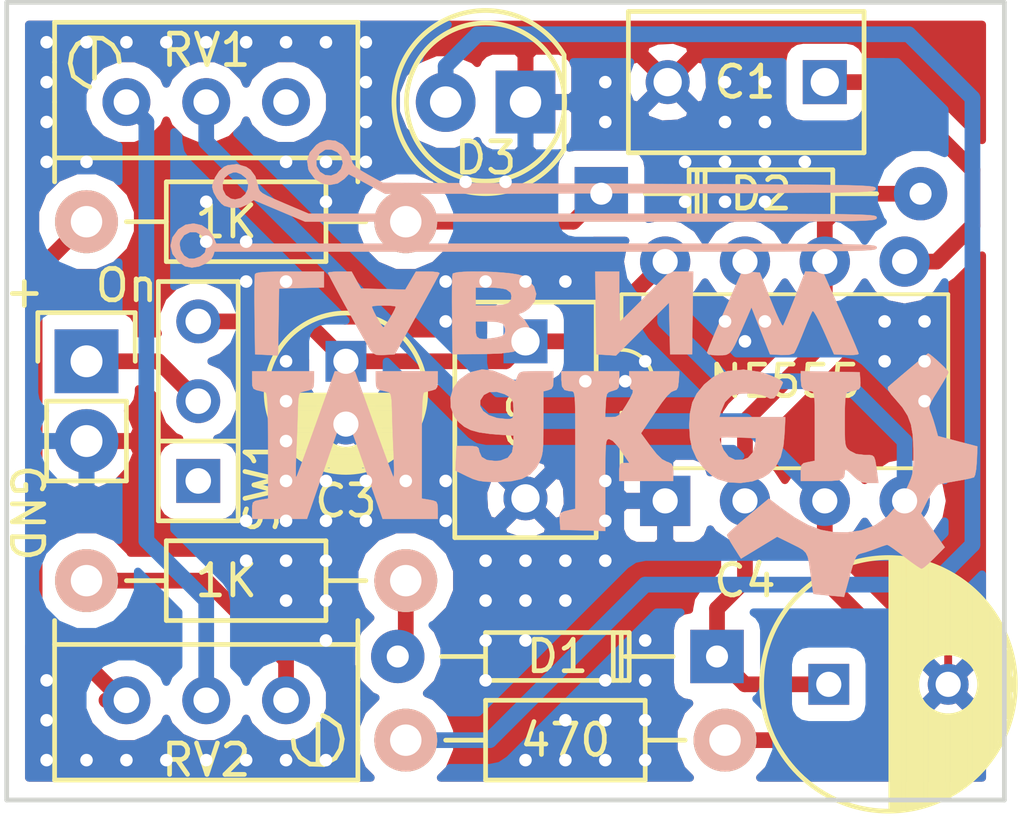
<source format=kicad_pcb>
(kicad_pcb (version 4) (host pcbnew 4.0.5+dfsg1-4)

  (general
    (links 24)
    (no_connects 0)
    (area 170.104999 82.474999 202.005001 108.025001)
    (thickness 1.6)
    (drawings 11)
    (tracks 295)
    (zones 0)
    (modules 16)
    (nets 16)
  )

  (page A4)
  (layers
    (0 F.Cu signal)
    (31 B.Cu signal)
    (32 B.Adhes user)
    (33 F.Adhes user)
    (34 B.Paste user)
    (35 F.Paste user)
    (36 B.SilkS user)
    (37 F.SilkS user)
    (38 B.Mask user)
    (39 F.Mask user)
    (40 Dwgs.User user)
    (41 Cmts.User user)
    (42 Eco1.User user)
    (43 Eco2.User user)
    (44 Edge.Cuts user)
    (45 Margin user)
    (46 B.CrtYd user)
    (47 F.CrtYd user)
    (48 B.Fab user)
    (49 F.Fab user)
  )

  (setup
    (last_trace_width 0.5)
    (user_trace_width 0.25)
    (trace_clearance 0.2)
    (zone_clearance 0.508)
    (zone_45_only no)
    (trace_min 0.2)
    (segment_width 0.2)
    (edge_width 0.15)
    (via_size 0.6)
    (via_drill 0.4)
    (via_min_size 0.4)
    (via_min_drill 0.3)
    (uvia_size 0.3)
    (uvia_drill 0.1)
    (uvias_allowed no)
    (uvia_min_size 0.2)
    (uvia_min_drill 0.1)
    (pcb_text_width 0.15)
    (pcb_text_size 1 1)
    (mod_edge_width 0.15)
    (mod_text_size 1 1)
    (mod_text_width 0.15)
    (pad_size 1.524 1.524)
    (pad_drill 0.762)
    (pad_to_mask_clearance 0.2)
    (aux_axis_origin 0 0)
    (visible_elements FFFFFF7F)
    (pcbplotparams
      (layerselection 0x00030_80000001)
      (usegerberextensions false)
      (excludeedgelayer true)
      (linewidth 0.100000)
      (plotframeref false)
      (viasonmask false)
      (mode 1)
      (useauxorigin false)
      (hpglpennumber 1)
      (hpglpenspeed 20)
      (hpglpendiameter 15)
      (hpglpenoverlay 2)
      (psnegative false)
      (psa4output false)
      (plotreference true)
      (plotvalue true)
      (plotinvisibletext false)
      (padsonsilk false)
      (subtractmaskfromsilk false)
      (outputformat 1)
      (mirror false)
      (drillshape 1)
      (scaleselection 1)
      (outputdirectory ""))
  )

  (net 0 "")
  (net 1 +BATT)
  (net 2 GND)
  (net 3 "Net-(C1-Pad1)")
  (net 4 "Net-(C4-Pad1)")
  (net 5 "Net-(D1-Pad2)")
  (net 6 "Net-(D2-Pad1)")
  (net 7 "Net-(D3-Pad2)")
  (net 8 "Net-(R1-Pad1)")
  (net 9 "Net-(R2-Pad1)")
  (net 10 "Net-(R3-Pad1)")
  (net 11 "Net-(RV1-Pad3)")
  (net 12 "Net-(RV1-Pad1)")
  (net 13 "Net-(U1-Pad7)")
  (net 14 "Net-(BT1-Pad1)")
  (net 15 "Net-(SW1-Pad1)")

  (net_class Default "This is the default net class."
    (clearance 0.2)
    (trace_width 0.5)
    (via_dia 0.6)
    (via_drill 0.4)
    (uvia_dia 0.3)
    (uvia_drill 0.1)
    (add_net +BATT)
    (add_net GND)
    (add_net "Net-(BT1-Pad1)")
    (add_net "Net-(C1-Pad1)")
    (add_net "Net-(C4-Pad1)")
    (add_net "Net-(D1-Pad2)")
    (add_net "Net-(D2-Pad1)")
    (add_net "Net-(D3-Pad2)")
    (add_net "Net-(R1-Pad1)")
    (add_net "Net-(R2-Pad1)")
    (add_net "Net-(R3-Pad1)")
    (add_net "Net-(RV1-Pad1)")
    (add_net "Net-(RV1-Pad3)")
    (add_net "Net-(SW1-Pad1)")
    (add_net "Net-(U1-Pad7)")
  )

  (module Pin_Headers:Pin_Header_Straight_1x02 (layer F.Cu) (tedit 59605604) (tstamp 595FD76F)
    (at 172.72 93.98)
    (descr "Through hole pin header")
    (tags "pin header")
    (path /595FC33E)
    (fp_text reference BT1 (at 0 -2.54) (layer F.SilkS) hide
      (effects (font (size 1 1) (thickness 0.15)))
    )
    (fp_text value Battery (at 0 -3.1) (layer F.Fab) hide
      (effects (font (size 1 1) (thickness 0.15)))
    )
    (fp_line (start 1.27 1.27) (end 1.27 3.81) (layer F.SilkS) (width 0.15))
    (fp_line (start 1.55 -1.55) (end 1.55 0) (layer F.SilkS) (width 0.15))
    (fp_line (start -1.75 -1.75) (end -1.75 4.3) (layer F.CrtYd) (width 0.05))
    (fp_line (start 1.75 -1.75) (end 1.75 4.3) (layer F.CrtYd) (width 0.05))
    (fp_line (start -1.75 -1.75) (end 1.75 -1.75) (layer F.CrtYd) (width 0.05))
    (fp_line (start -1.75 4.3) (end 1.75 4.3) (layer F.CrtYd) (width 0.05))
    (fp_line (start 1.27 1.27) (end -1.27 1.27) (layer F.SilkS) (width 0.15))
    (fp_line (start -1.55 0) (end -1.55 -1.55) (layer F.SilkS) (width 0.15))
    (fp_line (start -1.55 -1.55) (end 1.55 -1.55) (layer F.SilkS) (width 0.15))
    (fp_line (start -1.27 1.27) (end -1.27 3.81) (layer F.SilkS) (width 0.15))
    (fp_line (start -1.27 3.81) (end 1.27 3.81) (layer F.SilkS) (width 0.15))
    (pad 1 thru_hole rect (at 0 0) (size 2.032 2.032) (drill 1.016) (layers *.Cu *.Mask)
      (net 14 "Net-(BT1-Pad1)"))
    (pad 2 thru_hole oval (at 0 2.54) (size 2.032 2.032) (drill 1.016) (layers *.Cu *.Mask)
      (net 2 GND))
    (model Pin_Headers.3dshapes/Pin_Header_Straight_1x02.wrl
      (at (xyz 0 -0.05 0))
      (scale (xyz 1 1 1))
      (rotate (xyz 0 0 90))
    )
  )

  (module Capacitors_THT:C_Disc_D7.5_P5 (layer F.Cu) (tedit 596055B9) (tstamp 595FD775)
    (at 196.215 85.09 180)
    (descr "Capacitor 7.5mm Disc, Pitch 5mm")
    (tags Capacitor)
    (path /595FC5A4)
    (fp_text reference C1 (at 2.54 0 180) (layer F.SilkS)
      (effects (font (size 1 1) (thickness 0.15)))
    )
    (fp_text value 47nF (at 2.5 3.5 180) (layer F.Fab) hide
      (effects (font (size 1 1) (thickness 0.15)))
    )
    (fp_line (start -1.5 -2.5) (end 6.5 -2.5) (layer F.CrtYd) (width 0.05))
    (fp_line (start 6.5 -2.5) (end 6.5 2.5) (layer F.CrtYd) (width 0.05))
    (fp_line (start 6.5 2.5) (end -1.5 2.5) (layer F.CrtYd) (width 0.05))
    (fp_line (start -1.5 2.5) (end -1.5 -2.5) (layer F.CrtYd) (width 0.05))
    (fp_line (start -1.25 -2.25) (end 6.25 -2.25) (layer F.SilkS) (width 0.15))
    (fp_line (start 6.25 -2.25) (end 6.25 2.25) (layer F.SilkS) (width 0.15))
    (fp_line (start 6.25 2.25) (end -1.25 2.25) (layer F.SilkS) (width 0.15))
    (fp_line (start -1.25 2.25) (end -1.25 -2.25) (layer F.SilkS) (width 0.15))
    (pad 1 thru_hole rect (at 0 0 180) (size 1.4 1.4) (drill 0.9) (layers *.Cu *.Mask)
      (net 3 "Net-(C1-Pad1)"))
    (pad 2 thru_hole circle (at 5 0 180) (size 1.4 1.4) (drill 0.9) (layers *.Cu *.Mask)
      (net 2 GND))
    (model Capacitors_ThroughHole.3dshapes/C_Disc_D7.5_P5.wrl
      (at (xyz 0.0984252 0 0))
      (scale (xyz 1 1 1))
      (rotate (xyz 0 0 0))
    )
  )

  (module Capacitors_THT:C_Disc_D7.5_P5 (layer F.Cu) (tedit 59605598) (tstamp 595FD77B)
    (at 186.69 93.345 270)
    (descr "Capacitor 7.5mm Disc, Pitch 5mm")
    (tags Capacitor)
    (path /595FCD0D)
    (fp_text reference C2 (at 2.54 0 270) (layer F.SilkS)
      (effects (font (size 1 1) (thickness 0.15)))
    )
    (fp_text value 47nF (at 2.5 3.5 270) (layer F.Fab) hide
      (effects (font (size 1 1) (thickness 0.15)))
    )
    (fp_line (start -1.5 -2.5) (end 6.5 -2.5) (layer F.CrtYd) (width 0.05))
    (fp_line (start 6.5 -2.5) (end 6.5 2.5) (layer F.CrtYd) (width 0.05))
    (fp_line (start 6.5 2.5) (end -1.5 2.5) (layer F.CrtYd) (width 0.05))
    (fp_line (start -1.5 2.5) (end -1.5 -2.5) (layer F.CrtYd) (width 0.05))
    (fp_line (start -1.25 -2.25) (end 6.25 -2.25) (layer F.SilkS) (width 0.15))
    (fp_line (start 6.25 -2.25) (end 6.25 2.25) (layer F.SilkS) (width 0.15))
    (fp_line (start 6.25 2.25) (end -1.25 2.25) (layer F.SilkS) (width 0.15))
    (fp_line (start -1.25 2.25) (end -1.25 -2.25) (layer F.SilkS) (width 0.15))
    (pad 1 thru_hole rect (at 0 0 270) (size 1.4 1.4) (drill 0.9) (layers *.Cu *.Mask)
      (net 1 +BATT))
    (pad 2 thru_hole circle (at 5 0 270) (size 1.4 1.4) (drill 0.9) (layers *.Cu *.Mask)
      (net 2 GND))
    (model Capacitors_ThroughHole.3dshapes/C_Disc_D7.5_P5.wrl
      (at (xyz 0.0984252 0 0))
      (scale (xyz 1 1 1))
      (rotate (xyz 0 0 0))
    )
  )

  (module Capacitors_THT:C_Radial_D5_L11_P2 (layer F.Cu) (tedit 596055A1) (tstamp 595FD781)
    (at 180.975 93.98 270)
    (descr "Radial Electrolytic Capacitor 5mm x Length 11mm, Pitch 2mm")
    (tags "Electrolytic Capacitor")
    (path /595FCE06)
    (fp_text reference C3 (at 4.445 0 360) (layer F.SilkS)
      (effects (font (size 1 1) (thickness 0.15)))
    )
    (fp_text value 2.2uF (at 1 3.8 270) (layer F.Fab) hide
      (effects (font (size 1 1) (thickness 0.15)))
    )
    (fp_line (start 1.075 -2.499) (end 1.075 2.499) (layer F.SilkS) (width 0.15))
    (fp_line (start 1.215 -2.491) (end 1.215 -0.154) (layer F.SilkS) (width 0.15))
    (fp_line (start 1.215 0.154) (end 1.215 2.491) (layer F.SilkS) (width 0.15))
    (fp_line (start 1.355 -2.475) (end 1.355 -0.473) (layer F.SilkS) (width 0.15))
    (fp_line (start 1.355 0.473) (end 1.355 2.475) (layer F.SilkS) (width 0.15))
    (fp_line (start 1.495 -2.451) (end 1.495 -0.62) (layer F.SilkS) (width 0.15))
    (fp_line (start 1.495 0.62) (end 1.495 2.451) (layer F.SilkS) (width 0.15))
    (fp_line (start 1.635 -2.418) (end 1.635 -0.712) (layer F.SilkS) (width 0.15))
    (fp_line (start 1.635 0.712) (end 1.635 2.418) (layer F.SilkS) (width 0.15))
    (fp_line (start 1.775 -2.377) (end 1.775 -0.768) (layer F.SilkS) (width 0.15))
    (fp_line (start 1.775 0.768) (end 1.775 2.377) (layer F.SilkS) (width 0.15))
    (fp_line (start 1.915 -2.327) (end 1.915 -0.795) (layer F.SilkS) (width 0.15))
    (fp_line (start 1.915 0.795) (end 1.915 2.327) (layer F.SilkS) (width 0.15))
    (fp_line (start 2.055 -2.266) (end 2.055 -0.798) (layer F.SilkS) (width 0.15))
    (fp_line (start 2.055 0.798) (end 2.055 2.266) (layer F.SilkS) (width 0.15))
    (fp_line (start 2.195 -2.196) (end 2.195 -0.776) (layer F.SilkS) (width 0.15))
    (fp_line (start 2.195 0.776) (end 2.195 2.196) (layer F.SilkS) (width 0.15))
    (fp_line (start 2.335 -2.114) (end 2.335 -0.726) (layer F.SilkS) (width 0.15))
    (fp_line (start 2.335 0.726) (end 2.335 2.114) (layer F.SilkS) (width 0.15))
    (fp_line (start 2.475 -2.019) (end 2.475 -0.644) (layer F.SilkS) (width 0.15))
    (fp_line (start 2.475 0.644) (end 2.475 2.019) (layer F.SilkS) (width 0.15))
    (fp_line (start 2.615 -1.908) (end 2.615 -0.512) (layer F.SilkS) (width 0.15))
    (fp_line (start 2.615 0.512) (end 2.615 1.908) (layer F.SilkS) (width 0.15))
    (fp_line (start 2.755 -1.78) (end 2.755 -0.265) (layer F.SilkS) (width 0.15))
    (fp_line (start 2.755 0.265) (end 2.755 1.78) (layer F.SilkS) (width 0.15))
    (fp_line (start 2.895 -1.631) (end 2.895 1.631) (layer F.SilkS) (width 0.15))
    (fp_line (start 3.035 -1.452) (end 3.035 1.452) (layer F.SilkS) (width 0.15))
    (fp_line (start 3.175 -1.233) (end 3.175 1.233) (layer F.SilkS) (width 0.15))
    (fp_line (start 3.315 -0.944) (end 3.315 0.944) (layer F.SilkS) (width 0.15))
    (fp_line (start 3.455 -0.472) (end 3.455 0.472) (layer F.SilkS) (width 0.15))
    (fp_circle (center 2 0) (end 2 -0.8) (layer F.SilkS) (width 0.15))
    (fp_circle (center 1 0) (end 1 -2.5375) (layer F.SilkS) (width 0.15))
    (fp_circle (center 1 0) (end 1 -2.8) (layer F.CrtYd) (width 0.05))
    (pad 1 thru_hole rect (at 0 0 270) (size 1.3 1.3) (drill 0.8) (layers *.Cu *.Mask)
      (net 1 +BATT))
    (pad 2 thru_hole circle (at 2 0 270) (size 1.3 1.3) (drill 0.8) (layers *.Cu *.Mask)
      (net 2 GND))
    (model Capacitors_ThroughHole.3dshapes/C_Radial_D5_L11_P2.wrl
      (at (xyz 0 0 0))
      (scale (xyz 1 1 1))
      (rotate (xyz 0 0 0))
    )
  )

  (module Diodes_THT:Diode_DO-35_SOD27_Horizontal_RM10 (layer F.Cu) (tedit 596055AE) (tstamp 595FD78D)
    (at 192.786 103.378 180)
    (descr "Diode, DO-35,  SOD27, Horizontal, RM 10mm")
    (tags "Diode, DO-35, SOD27, Horizontal, RM 10mm, 1N4148,")
    (path /595FDB5F)
    (fp_text reference D1 (at 5.08 0 180) (layer F.SilkS)
      (effects (font (size 1 1) (thickness 0.15)))
    )
    (fp_text value D (at 4.41452 -3.55854 180) (layer F.Fab) hide
      (effects (font (size 1 1) (thickness 0.15)))
    )
    (fp_line (start 7.36652 -0.00254) (end 8.76352 -0.00254) (layer F.SilkS) (width 0.15))
    (fp_line (start 2.92152 -0.00254) (end 1.39752 -0.00254) (layer F.SilkS) (width 0.15))
    (fp_line (start 3.30252 -0.76454) (end 3.30252 0.75946) (layer F.SilkS) (width 0.15))
    (fp_line (start 3.04852 -0.76454) (end 3.04852 0.75946) (layer F.SilkS) (width 0.15))
    (fp_line (start 2.79452 -0.00254) (end 2.79452 0.75946) (layer F.SilkS) (width 0.15))
    (fp_line (start 2.79452 0.75946) (end 7.36652 0.75946) (layer F.SilkS) (width 0.15))
    (fp_line (start 7.36652 0.75946) (end 7.36652 -0.76454) (layer F.SilkS) (width 0.15))
    (fp_line (start 7.36652 -0.76454) (end 2.79452 -0.76454) (layer F.SilkS) (width 0.15))
    (fp_line (start 2.79452 -0.76454) (end 2.79452 -0.00254) (layer F.SilkS) (width 0.15))
    (pad 2 thru_hole circle (at 10.16052 -0.00254) (size 1.69926 1.69926) (drill 0.70104) (layers *.Cu *.Mask)
      (net 5 "Net-(D1-Pad2)"))
    (pad 1 thru_hole rect (at 0.00052 -0.00254) (size 1.69926 1.69926) (drill 0.70104) (layers *.Cu *.Mask)
      (net 4 "Net-(C4-Pad1)"))
    (model Diodes_ThroughHole.3dshapes/Diode_DO-35_SOD27_Horizontal_RM10.wrl
      (at (xyz 0.2 0 0))
      (scale (xyz 0.4 0.4 0.4))
      (rotate (xyz 0 0 180))
    )
  )

  (module Diodes_THT:Diode_DO-35_SOD27_Horizontal_RM10 (layer F.Cu) (tedit 596055BD) (tstamp 595FD793)
    (at 189.103 88.646)
    (descr "Diode, DO-35,  SOD27, Horizontal, RM 10mm")
    (tags "Diode, DO-35, SOD27, Horizontal, RM 10mm, 1N4148,")
    (path /595FDB28)
    (fp_text reference D2 (at 5.08 0) (layer F.SilkS)
      (effects (font (size 1 1) (thickness 0.15)))
    )
    (fp_text value D (at 4.41452 -3.55854) (layer F.Fab) hide
      (effects (font (size 1 1) (thickness 0.15)))
    )
    (fp_line (start 7.36652 -0.00254) (end 8.76352 -0.00254) (layer F.SilkS) (width 0.15))
    (fp_line (start 2.92152 -0.00254) (end 1.39752 -0.00254) (layer F.SilkS) (width 0.15))
    (fp_line (start 3.30252 -0.76454) (end 3.30252 0.75946) (layer F.SilkS) (width 0.15))
    (fp_line (start 3.04852 -0.76454) (end 3.04852 0.75946) (layer F.SilkS) (width 0.15))
    (fp_line (start 2.79452 -0.00254) (end 2.79452 0.75946) (layer F.SilkS) (width 0.15))
    (fp_line (start 2.79452 0.75946) (end 7.36652 0.75946) (layer F.SilkS) (width 0.15))
    (fp_line (start 7.36652 0.75946) (end 7.36652 -0.76454) (layer F.SilkS) (width 0.15))
    (fp_line (start 7.36652 -0.76454) (end 2.79452 -0.76454) (layer F.SilkS) (width 0.15))
    (fp_line (start 2.79452 -0.76454) (end 2.79452 -0.00254) (layer F.SilkS) (width 0.15))
    (pad 2 thru_hole circle (at 10.16052 -0.00254 180) (size 1.69926 1.69926) (drill 0.70104) (layers *.Cu *.Mask)
      (net 4 "Net-(C4-Pad1)"))
    (pad 1 thru_hole rect (at 0.00052 -0.00254 180) (size 1.69926 1.69926) (drill 0.70104) (layers *.Cu *.Mask)
      (net 6 "Net-(D2-Pad1)"))
    (model Diodes_ThroughHole.3dshapes/Diode_DO-35_SOD27_Horizontal_RM10.wrl
      (at (xyz 0.2 0 0))
      (scale (xyz 0.4 0.4 0.4))
      (rotate (xyz 0 0 180))
    )
  )

  (module LEDs:LED-5MM (layer F.Cu) (tedit 59605A85) (tstamp 595FD799)
    (at 186.69 85.725 180)
    (descr "LED 5mm round vertical")
    (tags "LED 5mm round vertical")
    (path /59601D80)
    (fp_text reference D3 (at 1.27 -1.778 180) (layer F.SilkS)
      (effects (font (size 1 1) (thickness 0.15)))
    )
    (fp_text value LED (at 1.524 -3.937 180) (layer F.Fab) hide
      (effects (font (size 1 1) (thickness 0.15)))
    )
    (fp_line (start -1.5 -1.55) (end -1.5 1.55) (layer F.CrtYd) (width 0.05))
    (fp_arc (start 1.3 0) (end -1.5 1.55) (angle -302) (layer F.CrtYd) (width 0.05))
    (fp_arc (start 1.27 0) (end -1.23 -1.5) (angle 297.5) (layer F.SilkS) (width 0.15))
    (fp_line (start -1.23 1.5) (end -1.23 -1.5) (layer F.SilkS) (width 0.15))
    (fp_circle (center 1.27 0) (end 0.97 -2.5) (layer F.SilkS) (width 0.15))
    (fp_text user K (at -1.905 1.905 180) (layer F.SilkS) hide
      (effects (font (size 1 1) (thickness 0.15)))
    )
    (pad 1 thru_hole rect (at 0 0 270) (size 2 1.9) (drill 1.00076) (layers *.Cu *.Mask)
      (net 2 GND))
    (pad 2 thru_hole circle (at 2.54 0 180) (size 1.9 1.9) (drill 1.00076) (layers *.Cu *.Mask)
      (net 7 "Net-(D3-Pad2)"))
    (model LEDs.3dshapes/LED-5MM.wrl
      (at (xyz 0.05 0 0))
      (scale (xyz 1 1 1))
      (rotate (xyz 0 0 90))
    )
  )

  (module Resistors_THT:Resistor_Horizontal_RM10mm (layer F.Cu) (tedit 59605A9B) (tstamp 595FD79F)
    (at 172.72 100.965)
    (descr "Resistor, Axial,  RM 10mm, 1/3W")
    (tags "Resistor Axial RM 10mm 1/3W")
    (path /595FE2C3)
    (fp_text reference R1 (at 5.08 0) (layer F.SilkS) hide
      (effects (font (size 1 1) (thickness 0.15)))
    )
    (fp_text value 1K (at 5.08 3.81) (layer F.Fab) hide
      (effects (font (size 1 1) (thickness 0.15)))
    )
    (fp_line (start -1.25 -1.5) (end 11.4 -1.5) (layer F.CrtYd) (width 0.05))
    (fp_line (start -1.25 1.5) (end -1.25 -1.5) (layer F.CrtYd) (width 0.05))
    (fp_line (start 11.4 -1.5) (end 11.4 1.5) (layer F.CrtYd) (width 0.05))
    (fp_line (start -1.25 1.5) (end 11.4 1.5) (layer F.CrtYd) (width 0.05))
    (fp_line (start 2.54 -1.27) (end 7.62 -1.27) (layer F.SilkS) (width 0.15))
    (fp_line (start 7.62 -1.27) (end 7.62 1.27) (layer F.SilkS) (width 0.15))
    (fp_line (start 7.62 1.27) (end 2.54 1.27) (layer F.SilkS) (width 0.15))
    (fp_line (start 2.54 1.27) (end 2.54 -1.27) (layer F.SilkS) (width 0.15))
    (fp_line (start 2.54 0) (end 1.27 0) (layer F.SilkS) (width 0.15))
    (fp_line (start 7.62 0) (end 8.89 0) (layer F.SilkS) (width 0.15))
    (pad 1 thru_hole circle (at 0 0) (size 1.99898 1.99898) (drill 1.00076) (layers *.Cu *.SilkS *.Mask)
      (net 8 "Net-(R1-Pad1)"))
    (pad 2 thru_hole circle (at 10.16 0) (size 1.99898 1.99898) (drill 1.00076) (layers *.Cu *.SilkS *.Mask)
      (net 5 "Net-(D1-Pad2)"))
    (model Resistors_ThroughHole.3dshapes/Resistor_Horizontal_RM10mm.wrl
      (at (xyz 0.2 0 0))
      (scale (xyz 0.4 0.4 0.4))
      (rotate (xyz 0 0 0))
    )
  )

  (module Resistors_THT:Resistor_Horizontal_RM10mm (layer F.Cu) (tedit 59605ACA) (tstamp 595FD7A5)
    (at 172.72 89.535)
    (descr "Resistor, Axial,  RM 10mm, 1/3W")
    (tags "Resistor Axial RM 10mm 1/3W")
    (path /595FE276)
    (fp_text reference R2 (at 5.08 0) (layer F.SilkS) hide
      (effects (font (size 1 1) (thickness 0.15)))
    )
    (fp_text value 1K (at 5.08 3.81) (layer F.Fab) hide
      (effects (font (size 1 1) (thickness 0.15)))
    )
    (fp_line (start -1.25 -1.5) (end 11.4 -1.5) (layer F.CrtYd) (width 0.05))
    (fp_line (start -1.25 1.5) (end -1.25 -1.5) (layer F.CrtYd) (width 0.05))
    (fp_line (start 11.4 -1.5) (end 11.4 1.5) (layer F.CrtYd) (width 0.05))
    (fp_line (start -1.25 1.5) (end 11.4 1.5) (layer F.CrtYd) (width 0.05))
    (fp_line (start 2.54 -1.27) (end 7.62 -1.27) (layer F.SilkS) (width 0.15))
    (fp_line (start 7.62 -1.27) (end 7.62 1.27) (layer F.SilkS) (width 0.15))
    (fp_line (start 7.62 1.27) (end 2.54 1.27) (layer F.SilkS) (width 0.15))
    (fp_line (start 2.54 1.27) (end 2.54 -1.27) (layer F.SilkS) (width 0.15))
    (fp_line (start 2.54 0) (end 1.27 0) (layer F.SilkS) (width 0.15))
    (fp_line (start 7.62 0) (end 8.89 0) (layer F.SilkS) (width 0.15))
    (pad 1 thru_hole circle (at 0 0) (size 1.99898 1.99898) (drill 1.00076) (layers *.Cu *.SilkS *.Mask)
      (net 9 "Net-(R2-Pad1)"))
    (pad 2 thru_hole circle (at 10.16 0) (size 1.99898 1.99898) (drill 1.00076) (layers *.Cu *.SilkS *.Mask)
      (net 6 "Net-(D2-Pad1)"))
    (model Resistors_ThroughHole.3dshapes/Resistor_Horizontal_RM10mm.wrl
      (at (xyz 0.2 0 0))
      (scale (xyz 0.4 0.4 0.4))
      (rotate (xyz 0 0 0))
    )
  )

  (module Resistors_THT:Resistor_Horizontal_RM10mm (layer F.Cu) (tedit 59605656) (tstamp 595FD7AB)
    (at 193.04 106.045 180)
    (descr "Resistor, Axial,  RM 10mm, 1/3W")
    (tags "Resistor Axial RM 10mm 1/3W")
    (path /59602160)
    (fp_text reference R3 (at 5.08 0 180) (layer F.SilkS) hide
      (effects (font (size 1 1) (thickness 0.15)))
    )
    (fp_text value 470 (at 5.08 3.81 180) (layer F.Fab) hide
      (effects (font (size 1 1) (thickness 0.15)))
    )
    (fp_line (start -1.25 -1.5) (end 11.4 -1.5) (layer F.CrtYd) (width 0.05))
    (fp_line (start -1.25 1.5) (end -1.25 -1.5) (layer F.CrtYd) (width 0.05))
    (fp_line (start 11.4 -1.5) (end 11.4 1.5) (layer F.CrtYd) (width 0.05))
    (fp_line (start -1.25 1.5) (end 11.4 1.5) (layer F.CrtYd) (width 0.05))
    (fp_line (start 2.54 -1.27) (end 7.62 -1.27) (layer F.SilkS) (width 0.15))
    (fp_line (start 7.62 -1.27) (end 7.62 1.27) (layer F.SilkS) (width 0.15))
    (fp_line (start 7.62 1.27) (end 2.54 1.27) (layer F.SilkS) (width 0.15))
    (fp_line (start 2.54 1.27) (end 2.54 -1.27) (layer F.SilkS) (width 0.15))
    (fp_line (start 2.54 0) (end 1.27 0) (layer F.SilkS) (width 0.15))
    (fp_line (start 7.62 0) (end 8.89 0) (layer F.SilkS) (width 0.15))
    (pad 1 thru_hole circle (at 0 0 180) (size 1.99898 1.99898) (drill 1.00076) (layers *.Cu *.SilkS *.Mask)
      (net 10 "Net-(R3-Pad1)"))
    (pad 2 thru_hole circle (at 10.16 0 180) (size 1.99898 1.99898) (drill 1.00076) (layers *.Cu *.SilkS *.Mask)
      (net 7 "Net-(D3-Pad2)"))
    (model Resistors_ThroughHole.3dshapes/Resistor_Horizontal_RM10mm.wrl
      (at (xyz 0.2 0 0))
      (scale (xyz 0.4 0.4 0.4))
      (rotate (xyz 0 0 0))
    )
  )

  (module Potentiometers:Potentiometer_Bourns_3296W_3-8Zoll_Inline_ScrewUp (layer F.Cu) (tedit 59605512) (tstamp 595FD7B2)
    (at 173.99 85.725 270)
    (descr "3296, 3/8, Square, Trimpot, Trimming, Potentiometer, Bourns")
    (tags "3296, 3/8, Square, Trimpot, Trimming, Potentiometer, Bourns")
    (path /595FE04E)
    (fp_text reference RV1 (at -1.651 -2.54 360) (layer F.SilkS)
      (effects (font (size 1 1) (thickness 0.15)))
    )
    (fp_text value 10K (at 0 1.905 270) (layer F.Fab) hide
      (effects (font (size 1 1) (thickness 0.15)))
    )
    (fp_line (start -2.032 1.016) (end -0.762 1.016) (layer F.SilkS) (width 0.15))
    (fp_line (start -1.2827 0.2286) (end -1.5367 0.2667) (layer F.SilkS) (width 0.15))
    (fp_line (start -1.5367 0.2667) (end -1.8161 0.4445) (layer F.SilkS) (width 0.15))
    (fp_line (start -1.8161 0.4445) (end -2.032 0.762) (layer F.SilkS) (width 0.15))
    (fp_line (start -2.032 0.762) (end -2.0447 1.2065) (layer F.SilkS) (width 0.15))
    (fp_line (start -2.0447 1.2065) (end -1.8415 1.5621) (layer F.SilkS) (width 0.15))
    (fp_line (start -1.8415 1.5621) (end -1.5494 1.7399) (layer F.SilkS) (width 0.15))
    (fp_line (start -1.5494 1.7399) (end -1.2319 1.7907) (layer F.SilkS) (width 0.15))
    (fp_line (start -1.2319 1.7907) (end -0.8255 1.6891) (layer F.SilkS) (width 0.15))
    (fp_line (start -0.8255 1.6891) (end -0.5715 1.3462) (layer F.SilkS) (width 0.15))
    (fp_line (start -0.5715 1.3462) (end -0.4826 1.1684) (layer F.SilkS) (width 0.15))
    (fp_line (start 1.778 -7.366) (end 1.778 2.286) (layer F.SilkS) (width 0.15))
    (fp_line (start -1.27 2.286) (end -2.54 2.286) (layer F.SilkS) (width 0.15))
    (fp_line (start -2.54 2.286) (end -2.54 -7.366) (layer F.SilkS) (width 0.15))
    (fp_line (start -2.54 -7.366) (end 2.54 -7.366) (layer F.SilkS) (width 0.15))
    (fp_line (start 2.54 2.286) (end 0 2.286) (layer F.SilkS) (width 0.15))
    (fp_line (start 0 2.286) (end -1.27 2.286) (layer F.SilkS) (width 0.15))
    (pad 2 thru_hole circle (at 0 -2.54 270) (size 1.524 1.524) (drill 0.8128) (layers *.Cu *.Mask)
      (net 10 "Net-(R3-Pad1)"))
    (pad 3 thru_hole circle (at 0 -5.08 270) (size 1.524 1.524) (drill 0.8128) (layers *.Cu *.Mask)
      (net 11 "Net-(RV1-Pad3)"))
    (pad 1 thru_hole circle (at 0 0 270) (size 1.524 1.524) (drill 0.8128) (layers *.Cu *.Mask)
      (net 12 "Net-(RV1-Pad1)"))
    (model Potentiometers.3dshapes/Potentiometer_Bourns_3296W_3-8Zoll_Inline_ScrewUp.wrl
      (at (xyz 0 0 0))
      (scale (xyz 1 1 1))
      (rotate (xyz 0 0 0))
    )
  )

  (module Potentiometers:Potentiometer_Bourns_3296W_3-8Zoll_Inline_ScrewUp (layer F.Cu) (tedit 5960555F) (tstamp 595FD7B9)
    (at 179.07 104.775 90)
    (descr "3296, 3/8, Square, Trimpot, Trimming, Potentiometer, Bourns")
    (tags "3296, 3/8, Square, Trimpot, Trimming, Potentiometer, Bourns")
    (path /595FDFDD)
    (fp_text reference RV2 (at -1.905 -2.54 180) (layer F.SilkS)
      (effects (font (size 1 1) (thickness 0.15)))
    )
    (fp_text value 10K (at 1.27 5.08 90) (layer F.Fab) hide
      (effects (font (size 1 1) (thickness 0.15)))
    )
    (fp_line (start -2.032 1.016) (end -0.762 1.016) (layer F.SilkS) (width 0.15))
    (fp_line (start -1.2827 0.2286) (end -1.5367 0.2667) (layer F.SilkS) (width 0.15))
    (fp_line (start -1.5367 0.2667) (end -1.8161 0.4445) (layer F.SilkS) (width 0.15))
    (fp_line (start -1.8161 0.4445) (end -2.032 0.762) (layer F.SilkS) (width 0.15))
    (fp_line (start -2.032 0.762) (end -2.0447 1.2065) (layer F.SilkS) (width 0.15))
    (fp_line (start -2.0447 1.2065) (end -1.8415 1.5621) (layer F.SilkS) (width 0.15))
    (fp_line (start -1.8415 1.5621) (end -1.5494 1.7399) (layer F.SilkS) (width 0.15))
    (fp_line (start -1.5494 1.7399) (end -1.2319 1.7907) (layer F.SilkS) (width 0.15))
    (fp_line (start -1.2319 1.7907) (end -0.8255 1.6891) (layer F.SilkS) (width 0.15))
    (fp_line (start -0.8255 1.6891) (end -0.5715 1.3462) (layer F.SilkS) (width 0.15))
    (fp_line (start -0.5715 1.3462) (end -0.4826 1.1684) (layer F.SilkS) (width 0.15))
    (fp_line (start 1.778 -7.366) (end 1.778 2.286) (layer F.SilkS) (width 0.15))
    (fp_line (start -1.27 2.286) (end -2.54 2.286) (layer F.SilkS) (width 0.15))
    (fp_line (start -2.54 2.286) (end -2.54 -7.366) (layer F.SilkS) (width 0.15))
    (fp_line (start -2.54 -7.366) (end 2.54 -7.366) (layer F.SilkS) (width 0.15))
    (fp_line (start 2.54 2.286) (end 0 2.286) (layer F.SilkS) (width 0.15))
    (fp_line (start 0 2.286) (end -1.27 2.286) (layer F.SilkS) (width 0.15))
    (pad 2 thru_hole circle (at 0 -2.54 90) (size 1.524 1.524) (drill 0.8128) (layers *.Cu *.Mask)
      (net 12 "Net-(RV1-Pad1)"))
    (pad 3 thru_hole circle (at 0 -5.08 90) (size 1.524 1.524) (drill 0.8128) (layers *.Cu *.Mask)
      (net 9 "Net-(R2-Pad1)"))
    (pad 1 thru_hole circle (at 0 0 90) (size 1.524 1.524) (drill 0.8128) (layers *.Cu *.Mask)
      (net 8 "Net-(R1-Pad1)"))
    (model Potentiometers.3dshapes/Potentiometer_Bourns_3296W_3-8Zoll_Inline_ScrewUp.wrl
      (at (xyz 0 0 0))
      (scale (xyz 1 1 1))
      (rotate (xyz 0 0 0))
    )
  )

  (module Housings_DIP:DIP-8_W7.62mm (layer F.Cu) (tedit 59605625) (tstamp 595FD7C5)
    (at 191.135 98.425 90)
    (descr "8-lead dip package, row spacing 7.62 mm (300 mils)")
    (tags "DIL DIP PDIP 2.54mm 7.62mm 300mil")
    (path /595FC1B6)
    (fp_text reference U1 (at 3.81 3.81 90) (layer F.SilkS) hide
      (effects (font (size 1 1) (thickness 0.15)))
    )
    (fp_text value LM555N (at 3.81 10.01 90) (layer F.Fab) hide
      (effects (font (size 1 1) (thickness 0.15)))
    )
    (fp_text user %R (at 3.81 3.81 90) (layer F.Fab) hide
      (effects (font (size 1 1) (thickness 0.15)))
    )
    (fp_line (start 1.635 -1.27) (end 6.985 -1.27) (layer F.Fab) (width 0.1))
    (fp_line (start 6.985 -1.27) (end 6.985 8.89) (layer F.Fab) (width 0.1))
    (fp_line (start 6.985 8.89) (end 0.635 8.89) (layer F.Fab) (width 0.1))
    (fp_line (start 0.635 8.89) (end 0.635 -0.27) (layer F.Fab) (width 0.1))
    (fp_line (start 0.635 -0.27) (end 1.635 -1.27) (layer F.Fab) (width 0.1))
    (fp_line (start 2.81 -1.39) (end 1.04 -1.39) (layer F.SilkS) (width 0.12))
    (fp_line (start 1.04 -1.39) (end 1.04 9.01) (layer F.SilkS) (width 0.12))
    (fp_line (start 1.04 9.01) (end 6.58 9.01) (layer F.SilkS) (width 0.12))
    (fp_line (start 6.58 9.01) (end 6.58 -1.39) (layer F.SilkS) (width 0.12))
    (fp_line (start 6.58 -1.39) (end 4.81 -1.39) (layer F.SilkS) (width 0.12))
    (fp_line (start -1.1 -1.6) (end -1.1 9.2) (layer F.CrtYd) (width 0.05))
    (fp_line (start -1.1 9.2) (end 8.7 9.2) (layer F.CrtYd) (width 0.05))
    (fp_line (start 8.7 9.2) (end 8.7 -1.6) (layer F.CrtYd) (width 0.05))
    (fp_line (start 8.7 -1.6) (end -1.1 -1.6) (layer F.CrtYd) (width 0.05))
    (fp_arc (start 3.81 -1.39) (end 2.81 -1.39) (angle -180) (layer F.SilkS) (width 0.12))
    (pad 1 thru_hole rect (at 0 0 90) (size 1.6 1.6) (drill 0.8) (layers *.Cu *.Mask)
      (net 2 GND))
    (pad 5 thru_hole oval (at 7.62 7.62 90) (size 1.6 1.6) (drill 0.8) (layers *.Cu *.Mask)
      (net 3 "Net-(C1-Pad1)"))
    (pad 2 thru_hole oval (at 0 2.54 90) (size 1.6 1.6) (drill 0.8) (layers *.Cu *.Mask)
      (net 4 "Net-(C4-Pad1)"))
    (pad 6 thru_hole oval (at 7.62 5.08 90) (size 1.6 1.6) (drill 0.8) (layers *.Cu *.Mask)
      (net 4 "Net-(C4-Pad1)"))
    (pad 3 thru_hole oval (at 0 5.08 90) (size 1.6 1.6) (drill 0.8) (layers *.Cu *.Mask)
      (net 10 "Net-(R3-Pad1)"))
    (pad 7 thru_hole oval (at 7.62 2.54 90) (size 1.6 1.6) (drill 0.8) (layers *.Cu *.Mask)
      (net 13 "Net-(U1-Pad7)"))
    (pad 4 thru_hole oval (at 0 7.62 90) (size 1.6 1.6) (drill 0.8) (layers *.Cu *.Mask)
      (net 1 +BATT))
    (pad 8 thru_hole oval (at 7.62 0 90) (size 1.6 1.6) (drill 0.8) (layers *.Cu *.Mask)
      (net 1 +BATT))
    (model ${KISYS3DMOD}/Housings_DIP.3dshapes/DIP-8_W7.62mm.wrl
      (at (xyz 0 0 0))
      (scale (xyz 1 1 1))
      (rotate (xyz 0 0 0))
    )
  )

  (module Buttons_Switches_THT:SW_Micro_SPST (layer F.Cu) (tedit 59605B6E) (tstamp 59604E5D)
    (at 176.276 95.25 90)
    (tags "Switch Micro SPST")
    (path /59604DA5)
    (fp_text reference SW1 (at -2.667 2.032 90) (layer F.SilkS)
      (effects (font (size 1 1) (thickness 0.15)))
    )
    (fp_text value SW_SPDT (at 0.025 2.45 90) (layer F.Fab) hide
      (effects (font (size 1 1) (thickness 0.15)))
    )
    (fp_line (start -3.81 1.27) (end -3.81 -1.27) (layer F.SilkS) (width 0.15))
    (fp_line (start -3.81 -1.27) (end 3.81 -1.27) (layer F.SilkS) (width 0.15))
    (fp_line (start 3.81 -1.27) (end 3.81 1.27) (layer F.SilkS) (width 0.15))
    (fp_line (start 3.81 1.27) (end -3.81 1.27) (layer F.SilkS) (width 0.15))
    (fp_line (start -1.27 -1.27) (end -1.27 1.27) (layer F.SilkS) (width 0.15))
    (pad 1 thru_hole rect (at -2.54 0 90) (size 1.397 1.397) (drill 0.8128) (layers *.Cu *.Mask)
      (net 15 "Net-(SW1-Pad1)"))
    (pad 2 thru_hole circle (at 0 0 90) (size 1.397 1.397) (drill 0.8128) (layers *.Cu *.Mask)
      (net 14 "Net-(BT1-Pad1)"))
    (pad 3 thru_hole circle (at 2.54 0 90) (size 1.397 1.397) (drill 0.8128) (layers *.Cu *.Mask)
      (net 1 +BATT))
    (model Buttons_Switches_ThroughHole.3dshapes/SW_Micro_SPST.wrl
      (at (xyz 0 0 0))
      (scale (xyz 0.33 0.33 0.33))
      (rotate (xyz 0 0 0))
    )
  )

  (module Capacitors_THT:C_Radial_D8_L13_P3.8 (layer F.Cu) (tedit 59608440) (tstamp 59608280)
    (at 196.342 104.267)
    (descr "Radial Electrolytic Capacitor Diameter 8mm x Length 13mm, Pitch 3.8mm")
    (tags "Electrolytic Capacitor")
    (path /595FD77D)
    (fp_text reference C4 (at -2.667 -3.302) (layer F.SilkS)
      (effects (font (size 1 1) (thickness 0.15)))
    )
    (fp_text value 470uF (at 1.9 5.3) (layer F.Fab) hide
      (effects (font (size 1 1) (thickness 0.15)))
    )
    (fp_line (start 1.975 -3.999) (end 1.975 3.999) (layer F.SilkS) (width 0.15))
    (fp_line (start 2.115 -3.994) (end 2.115 3.994) (layer F.SilkS) (width 0.15))
    (fp_line (start 2.255 -3.984) (end 2.255 3.984) (layer F.SilkS) (width 0.15))
    (fp_line (start 2.395 -3.969) (end 2.395 3.969) (layer F.SilkS) (width 0.15))
    (fp_line (start 2.535 -3.949) (end 2.535 3.949) (layer F.SilkS) (width 0.15))
    (fp_line (start 2.675 -3.924) (end 2.675 3.924) (layer F.SilkS) (width 0.15))
    (fp_line (start 2.815 -3.894) (end 2.815 -0.173) (layer F.SilkS) (width 0.15))
    (fp_line (start 2.815 0.173) (end 2.815 3.894) (layer F.SilkS) (width 0.15))
    (fp_line (start 2.955 -3.858) (end 2.955 -0.535) (layer F.SilkS) (width 0.15))
    (fp_line (start 2.955 0.535) (end 2.955 3.858) (layer F.SilkS) (width 0.15))
    (fp_line (start 3.095 -3.817) (end 3.095 -0.709) (layer F.SilkS) (width 0.15))
    (fp_line (start 3.095 0.709) (end 3.095 3.817) (layer F.SilkS) (width 0.15))
    (fp_line (start 3.235 -3.771) (end 3.235 -0.825) (layer F.SilkS) (width 0.15))
    (fp_line (start 3.235 0.825) (end 3.235 3.771) (layer F.SilkS) (width 0.15))
    (fp_line (start 3.375 -3.718) (end 3.375 -0.905) (layer F.SilkS) (width 0.15))
    (fp_line (start 3.375 0.905) (end 3.375 3.718) (layer F.SilkS) (width 0.15))
    (fp_line (start 3.515 -3.659) (end 3.515 -0.959) (layer F.SilkS) (width 0.15))
    (fp_line (start 3.515 0.959) (end 3.515 3.659) (layer F.SilkS) (width 0.15))
    (fp_line (start 3.655 -3.594) (end 3.655 -0.989) (layer F.SilkS) (width 0.15))
    (fp_line (start 3.655 0.989) (end 3.655 3.594) (layer F.SilkS) (width 0.15))
    (fp_line (start 3.795 -3.523) (end 3.795 -1) (layer F.SilkS) (width 0.15))
    (fp_line (start 3.795 1) (end 3.795 3.523) (layer F.SilkS) (width 0.15))
    (fp_line (start 3.935 -3.444) (end 3.935 -0.991) (layer F.SilkS) (width 0.15))
    (fp_line (start 3.935 0.991) (end 3.935 3.444) (layer F.SilkS) (width 0.15))
    (fp_line (start 4.075 -3.357) (end 4.075 -0.961) (layer F.SilkS) (width 0.15))
    (fp_line (start 4.075 0.961) (end 4.075 3.357) (layer F.SilkS) (width 0.15))
    (fp_line (start 4.215 -3.262) (end 4.215 -0.91) (layer F.SilkS) (width 0.15))
    (fp_line (start 4.215 0.91) (end 4.215 3.262) (layer F.SilkS) (width 0.15))
    (fp_line (start 4.355 -3.158) (end 4.355 -0.832) (layer F.SilkS) (width 0.15))
    (fp_line (start 4.355 0.832) (end 4.355 3.158) (layer F.SilkS) (width 0.15))
    (fp_line (start 4.495 -3.044) (end 4.495 -0.719) (layer F.SilkS) (width 0.15))
    (fp_line (start 4.495 0.719) (end 4.495 3.044) (layer F.SilkS) (width 0.15))
    (fp_line (start 4.635 -2.919) (end 4.635 -0.55) (layer F.SilkS) (width 0.15))
    (fp_line (start 4.635 0.55) (end 4.635 2.919) (layer F.SilkS) (width 0.15))
    (fp_line (start 4.775 -2.781) (end 4.775 -0.222) (layer F.SilkS) (width 0.15))
    (fp_line (start 4.775 0.222) (end 4.775 2.781) (layer F.SilkS) (width 0.15))
    (fp_line (start 4.915 -2.629) (end 4.915 2.629) (layer F.SilkS) (width 0.15))
    (fp_line (start 5.055 -2.459) (end 5.055 2.459) (layer F.SilkS) (width 0.15))
    (fp_line (start 5.195 -2.268) (end 5.195 2.268) (layer F.SilkS) (width 0.15))
    (fp_line (start 5.335 -2.05) (end 5.335 2.05) (layer F.SilkS) (width 0.15))
    (fp_line (start 5.475 -1.794) (end 5.475 1.794) (layer F.SilkS) (width 0.15))
    (fp_line (start 5.615 -1.483) (end 5.615 1.483) (layer F.SilkS) (width 0.15))
    (fp_line (start 5.755 -1.067) (end 5.755 1.067) (layer F.SilkS) (width 0.15))
    (fp_line (start 5.895 -0.2) (end 5.895 0.2) (layer F.SilkS) (width 0.15))
    (fp_circle (center 3.8 0) (end 3.8 -1) (layer F.SilkS) (width 0.15))
    (fp_circle (center 1.9 0) (end 1.9 -4.0375) (layer F.SilkS) (width 0.15))
    (fp_circle (center 1.9 0) (end 1.9 -4.3) (layer F.CrtYd) (width 0.05))
    (pad 1 thru_hole rect (at 0 0) (size 1.3 1.3) (drill 0.8) (layers *.Cu *.Mask)
      (net 4 "Net-(C4-Pad1)"))
    (pad 2 thru_hole circle (at 3.8 0) (size 1.3 1.3) (drill 0.8) (layers *.Cu *.Mask)
      (net 2 GND))
    (model Capacitors_ThroughHole.3dshapes/C_Radial_D8_L13_P3.8.wrl
      (at (xyz 0.0748031 0 0))
      (scale (xyz 1 1 1))
      (rotate (xyz 0 0 90))
    )
  )

  (module 555_Adjustable_Blinking_LED:MakerLabNW_logo (layer B.Cu) (tedit 0) (tstamp 5961A7F4)
    (at 188.214 94.234)
    (fp_text reference G*** (at 0 0) (layer B.SilkS) hide
      (effects (font (thickness 0.3)) (justify mirror))
    )
    (fp_text value LOGO (at 0.75 0) (layer B.SilkS) hide
      (effects (font (thickness 0.3)) (justify mirror))
    )
    (fp_poly (pts (xy 1.815926 -5.603623) (xy 2.972863 -5.606038) (xy 4.009414 -5.608324) (xy 4.932192 -5.610604)
      (xy 5.747811 -5.612998) (xy 6.462885 -5.615627) (xy 7.084027 -5.618613) (xy 7.61785 -5.622078)
      (xy 8.070969 -5.626141) (xy 8.449997 -5.630925) (xy 8.761547 -5.636552) (xy 9.012233 -5.643141)
      (xy 9.208669 -5.650815) (xy 9.357468 -5.659695) (xy 9.465243 -5.669902) (xy 9.538609 -5.681558)
      (xy 9.584178 -5.694783) (xy 9.608565 -5.709699) (xy 9.618383 -5.726427) (xy 9.620246 -5.745089)
      (xy 9.62025 -5.74675) (xy 9.618716 -5.765539) (xy 9.609716 -5.78241) (xy 9.586652 -5.797494)
      (xy 9.542928 -5.810926) (xy 9.471945 -5.822839) (xy 9.367106 -5.833366) (xy 9.221815 -5.842642)
      (xy 9.029472 -5.850799) (xy 8.783482 -5.857972) (xy 8.477246 -5.864293) (xy 8.104167 -5.869897)
      (xy 7.657648 -5.874917) (xy 7.131091 -5.879486) (xy 6.517899 -5.883738) (xy 5.811475 -5.887807)
      (xy 5.005221 -5.891826) (xy 4.092539 -5.895928) (xy 3.066832 -5.900248) (xy 1.921503 -5.904918)
      (xy 1.778 -5.9055) (xy -6.06425 -5.93725) (xy -6.539664 -6.199886) (xy -6.785976 -6.343648)
      (xy -6.938951 -6.456019) (xy -7.021463 -6.556825) (xy -7.052512 -6.644386) (xy -7.162237 -6.935834)
      (xy -7.341558 -7.149162) (xy -7.567735 -7.274359) (xy -7.818027 -7.301419) (xy -8.069693 -7.220331)
      (xy -8.18239 -7.141671) (xy -8.387336 -6.90428) (xy -8.461523 -6.675887) (xy -8.178528 -6.675887)
      (xy -8.086398 -6.859185) (xy -7.907738 -6.986656) (xy -7.874 -6.998749) (xy -7.697217 -6.997679)
      (xy -7.51483 -6.914599) (xy -7.384954 -6.777355) (xy -7.376457 -6.760341) (xy -7.337888 -6.553525)
      (xy -7.398349 -6.373089) (xy -7.530075 -6.238155) (xy -7.705304 -6.167841) (xy -7.896272 -6.181267)
      (xy -8.0645 -6.2865) (xy -8.174454 -6.472934) (xy -8.178528 -6.675887) (xy -8.461523 -6.675887)
      (xy -8.471853 -6.644087) (xy -8.433034 -6.372149) (xy -8.402925 -6.301997) (xy -8.230894 -6.068062)
      (xy -8.003696 -5.922164) (xy -7.750244 -5.870504) (xy -7.49945 -5.919281) (xy -7.290793 -6.063466)
      (xy -7.147498 -6.212349) (xy -6.567948 -5.899922) (xy -5.988398 -5.587496) (xy 1.815926 -5.603623)) (layer B.SilkS) (width 0.01))
    (fp_poly (pts (xy 3.960877 -4.700525) (xy 4.87055 -4.700905) (xy 5.677727 -4.701655) (xy 6.388534 -4.70286)
      (xy 7.009098 -4.704603) (xy 7.545544 -4.70697) (xy 8.003998 -4.710044) (xy 8.390588 -4.71391)
      (xy 8.711438 -4.718652) (xy 8.972674 -4.724355) (xy 9.180424 -4.731103) (xy 9.340812 -4.73898)
      (xy 9.459966 -4.748071) (xy 9.54401 -4.75846) (xy 9.599072 -4.770231) (xy 9.631276 -4.783469)
      (xy 9.64675 -4.798258) (xy 9.651619 -4.814682) (xy 9.652 -4.826) (xy 9.650675 -4.843561)
      (xy 9.642603 -4.859424) (xy 9.621639 -4.873675) (xy 9.581635 -4.886401) (xy 9.516445 -4.897687)
      (xy 9.419924 -4.90762) (xy 9.285925 -4.916286) (xy 9.108301 -4.923772) (xy 8.880907 -4.930165)
      (xy 8.597596 -4.93555) (xy 8.252222 -4.940014) (xy 7.838638 -4.943643) (xy 7.350699 -4.946525)
      (xy 6.782258 -4.948744) (xy 6.127169 -4.950387) (xy 5.379286 -4.951542) (xy 4.532462 -4.952293)
      (xy 3.580551 -4.952729) (xy 2.517408 -4.952934) (xy 1.336884 -4.952996) (xy 0.61529 -4.953)
      (xy -8.421419 -4.953) (xy -9.210601 -5.288485) (xy -9.528137 -5.424735) (xy -9.747773 -5.525084)
      (xy -9.88882 -5.602525) (xy -9.970589 -5.670052) (xy -10.012391 -5.740657) (xy -10.033536 -5.827334)
      (xy -10.036384 -5.84411) (xy -10.12297 -6.1445) (xy -10.274075 -6.350778) (xy -10.41273 -6.444592)
      (xy -10.70562 -6.530885) (xy -10.999102 -6.497358) (xy -11.120027 -6.445053) (xy -11.271038 -6.310193)
      (xy -11.403045 -6.106112) (xy -11.47322 -5.916342) (xy -11.166153 -5.916342) (xy -11.101461 -6.094885)
      (xy -10.971006 -6.208382) (xy -10.828524 -6.268746) (xy -10.723726 -6.27103) (xy -10.582602 -6.215929)
      (xy -10.574216 -6.212113) (xy -10.414276 -6.085487) (xy -10.347282 -5.916898) (xy -10.361 -5.73556)
      (xy -10.443198 -5.570688) (xy -10.581641 -5.451499) (xy -10.764098 -5.407206) (xy -10.900672 -5.432477)
      (xy -11.062162 -5.545463) (xy -11.151855 -5.719976) (xy -11.166153 -5.916342) (xy -11.47322 -5.916342)
      (xy -11.48303 -5.889814) (xy -11.493263 -5.800653) (xy -11.449057 -5.633455) (xy -11.339832 -5.440095)
      (xy -11.199856 -5.273606) (xy -11.108208 -5.204702) (xy -10.863995 -5.136814) (xy -10.593251 -5.15504)
      (xy -10.358337 -5.254789) (xy -10.350477 -5.260476) (xy -10.17508 -5.390153) (xy -8.54075 -4.702529)
      (xy 0.555625 -4.700764) (xy 1.809541 -4.700539) (xy 2.942583 -4.700432) (xy 3.960877 -4.700525)) (layer B.SilkS) (width 0.01))
    (fp_poly (pts (xy -11.905238 -3.277665) (xy -11.685151 -3.377958) (xy -11.520501 -3.515564) (xy -11.463141 -3.615118)
      (xy -11.421442 -3.7465) (xy -0.884721 -3.7465) (xy 0.469512 -3.746514) (xy 1.702437 -3.746603)
      (xy 2.819746 -3.746836) (xy 3.827131 -3.747281) (xy 4.730284 -3.748006) (xy 5.534898 -3.749081)
      (xy 6.246663 -3.750573) (xy 6.871273 -3.752552) (xy 7.414419 -3.755086) (xy 7.881793 -3.758244)
      (xy 8.279087 -3.762094) (xy 8.611994 -3.766705) (xy 8.886204 -3.772145) (xy 9.107411 -3.778483)
      (xy 9.281307 -3.785788) (xy 9.413582 -3.794128) (xy 9.50993 -3.803573) (xy 9.576043 -3.814189)
      (xy 9.617612 -3.826047) (xy 9.640329 -3.839215) (xy 9.649886 -3.853761) (xy 9.651977 -3.869753)
      (xy 9.652 -3.8735) (xy 9.650792 -3.889843) (xy 9.643368 -3.904721) (xy 9.62403 -3.918201)
      (xy 9.587077 -3.930354) (xy 9.526809 -3.941247) (xy 9.437527 -3.950949) (xy 9.313531 -3.95953)
      (xy 9.149121 -3.967059) (xy 8.938599 -3.973603) (xy 8.676263 -3.979233) (xy 8.356414 -3.984017)
      (xy 7.973354 -3.988023) (xy 7.521381 -3.991321) (xy 6.994797 -3.99398) (xy 6.387901 -3.996068)
      (xy 5.694994 -3.997655) (xy 4.910376 -3.998809) (xy 4.028348 -3.999599) (xy 3.04321 -4.000095)
      (xy 1.949262 -4.000364) (xy 0.740804 -4.000476) (xy -0.587863 -4.000499) (xy -0.856398 -4.0005)
      (xy -11.364796 -4.0005) (xy -11.452235 -4.20977) (xy -11.607901 -4.439198) (xy -11.829241 -4.585638)
      (xy -12.084482 -4.642201) (xy -12.34185 -4.601999) (xy -12.569574 -4.458141) (xy -12.574633 -4.453136)
      (xy -12.759407 -4.197498) (xy -12.806556 -3.989929) (xy -12.532825 -3.989929) (xy -12.512806 -4.087055)
      (xy -12.386624 -4.270235) (xy -12.203281 -4.36553) (xy -11.99989 -4.364085) (xy -11.813567 -4.257046)
      (xy -11.811 -4.2545) (xy -11.716466 -4.091613) (xy -11.685002 -3.891775) (xy -11.725832 -3.719231)
      (xy -11.732598 -3.708381) (xy -11.873874 -3.588833) (xy -12.06976 -3.519245) (xy -12.22851 -3.51977)
      (xy -12.388488 -3.61811) (xy -12.498201 -3.791341) (xy -12.532825 -3.989929) (xy -12.806556 -3.989929)
      (xy -12.819552 -3.93272) (xy -12.755203 -3.670601) (xy -12.566499 -3.422943) (xy -12.562648 -3.419329)
      (xy -12.358214 -3.279134) (xy -12.13766 -3.238737) (xy -11.905238 -3.277665)) (layer B.SilkS) (width 0.01))
    (fp_poly (pts (xy -9.36625 -2.57175) (xy -8.651875 -2.589704) (xy -7.9375 -2.607659) (xy -7.9375 -3.1115)
      (xy -9.018993 -3.1115) (xy -9.439875 -3.109067) (xy -9.747623 -3.1011) (xy -9.956025 -3.086591)
      (xy -10.078867 -3.064533) (xy -10.129936 -3.03392) (xy -10.131664 -3.030253) (xy -10.140471 -2.943925)
      (xy -10.146533 -2.751606) (xy -10.149629 -2.474282) (xy -10.149536 -2.132936) (xy -10.146035 -1.748553)
      (xy -10.145546 -1.712628) (xy -10.12825 -0.47625) (xy -9.4011 -0.438254) (xy -9.36625 -2.57175)) (layer B.SilkS) (width 0.01))
    (fp_poly (pts (xy -6.0101 -0.457282) (xy -5.68325 -0.47625) (xy -4.973111 -1.74625) (xy -4.769949 -2.111258)
      (xy -4.589088 -2.43941) (xy -4.439335 -2.714459) (xy -4.329498 -2.920162) (xy -4.268383 -3.040274)
      (xy -4.258736 -3.063875) (xy -4.314035 -3.089044) (xy -4.461994 -3.106305) (xy -4.632824 -3.1115)
      (xy -5.011147 -3.1115) (xy -5.179787 -2.823737) (xy -5.348427 -2.535975) (xy -6.054487 -2.553862)
      (xy -6.760548 -2.57175) (xy -7.058016 -3.1115) (xy -7.434258 -3.1115) (xy -7.633805 -3.105557)
      (xy -7.770225 -3.090129) (xy -7.8105 -3.072729) (xy -7.781121 -3.005284) (xy -7.700243 -2.847027)
      (xy -7.578755 -2.617768) (xy -7.427546 -2.337314) (xy -7.257505 -2.025474) (xy -7.242462 -1.998139)
      (xy -6.4135 -1.998139) (xy -6.355796 -2.016) (xy -6.205812 -2.02827) (xy -6.0325 -2.032)
      (xy -5.831533 -2.026204) (xy -5.693474 -2.011141) (xy -5.6515 -1.993733) (xy -5.681486 -1.910273)
      (xy -5.756356 -1.766555) (xy -5.853483 -1.600322) (xy -5.950237 -1.449317) (xy -6.02399 -1.351281)
      (xy -6.047306 -1.333564) (xy -6.094286 -1.384388) (xy -6.174784 -1.511194) (xy -6.267532 -1.675388)
      (xy -6.351264 -1.838376) (xy -6.404715 -1.961563) (xy -6.4135 -1.998139) (xy -7.242462 -1.998139)
      (xy -7.079522 -1.702057) (xy -6.904486 -1.38687) (xy -6.743285 -1.099722) (xy -6.606809 -0.860422)
      (xy -6.505947 -0.688778) (xy -6.459997 -0.616032) (xy -6.373402 -0.510669) (xy -6.275206 -0.46151)
      (xy -6.1193 -0.452284) (xy -6.0101 -0.457282)) (layer B.SilkS) (width 0.01))
    (fp_poly (pts (xy -2.977664 -0.484217) (xy -2.638045 -0.492552) (xy -2.325395 -0.509663) (xy -2.071345 -0.533183)
      (xy -1.90753 -0.560748) (xy -1.891626 -0.565435) (xy -1.628334 -0.701516) (xy -1.455144 -0.892052)
      (xy -1.378784 -1.113551) (xy -1.405984 -1.342519) (xy -1.543472 -1.555463) (xy -1.594627 -1.602411)
      (xy -1.715259 -1.715544) (xy -1.732584 -1.77005) (xy -1.697229 -1.778) (xy -1.58412 -1.818155)
      (xy -1.434955 -1.918178) (xy -1.391652 -1.95478) (xy -1.228055 -2.169558) (xy -1.182247 -2.401602)
      (xy -1.250124 -2.632533) (xy -1.427579 -2.843974) (xy -1.619101 -2.972865) (xy -1.755685 -3.01536)
      (xy -1.978645 -3.051146) (xy -2.262613 -3.079493) (xy -2.582224 -3.099669) (xy -2.912112 -3.110944)
      (xy -3.226911 -3.112589) (xy -3.501254 -3.103871) (xy -3.709776 -3.084062) (xy -3.82711 -3.05243)
      (xy -3.842615 -3.036894) (xy -3.852218 -2.948421) (xy -3.858971 -2.754102) (xy -3.862614 -2.475066)
      (xy -3.862884 -2.132441) (xy -3.862007 -2.032) (xy -3.1115 -2.032) (xy -3.1115 -2.6035)
      (xy -2.702884 -2.6035) (xy -2.460044 -2.593919) (xy -2.246456 -2.569067) (xy -2.131384 -2.541571)
      (xy -1.996903 -2.441742) (xy -1.9685 -2.332021) (xy -1.989805 -2.193475) (xy -2.067259 -2.103844)
      (xy -2.221172 -2.053721) (xy -2.471854 -2.033698) (xy -2.6162 -2.032) (xy -3.1115 -2.032)
      (xy -3.862007 -2.032) (xy -3.859518 -1.747356) (xy -3.859046 -1.712628) (xy -3.852827 -1.268007)
      (xy -3.1115 -1.268007) (xy -3.1115 -1.524) (xy -2.706526 -1.524) (xy -2.427233 -1.508906)
      (xy -2.263028 -1.462556) (xy -2.225401 -1.432245) (xy -2.172593 -1.298689) (xy -2.170001 -1.19412)
      (xy -2.199529 -1.107447) (xy -2.278255 -1.052209) (xy -2.437239 -1.012189) (xy -2.555097 -0.993032)
      (xy -2.821124 -0.962196) (xy -2.986887 -0.974394) (xy -3.075069 -1.040836) (xy -3.108355 -1.172733)
      (xy -3.1115 -1.268007) (xy -3.852827 -1.268007) (xy -3.84175 -0.47625) (xy -2.977664 -0.484217)) (layer B.SilkS) (width 0.01))
    (fp_poly (pts (xy 2.199839 -1.27907) (xy 3.044011 -2.121505) (xy 3.06188 -1.298877) (xy 3.07975 -0.47625)
      (xy 3.77825 -0.47625) (xy 3.812576 -3.1115) (xy 3.073243 -3.1115) (xy 2.288525 -2.31775)
      (xy 2.033491 -2.060963) (xy 1.810603 -1.838793) (xy 1.634579 -1.665727) (xy 1.520134 -1.556248)
      (xy 1.482153 -1.524) (xy 1.47395 -1.583491) (xy 1.467173 -1.745935) (xy 1.462477 -1.987286)
      (xy 1.46052 -2.2835) (xy 1.4605 -2.31775) (xy 1.4605 -3.1115) (xy 0.695923 -3.1115)
      (xy 0.713086 -1.793875) (xy 0.73025 -0.47625) (xy 1.042958 -0.456443) (xy 1.355667 -0.436636)
      (xy 2.199839 -1.27907)) (layer B.SilkS) (width 0.01))
    (fp_poly (pts (xy 4.75525 -0.446489) (xy 4.870774 -0.463775) (xy 4.963746 -0.513337) (xy 5.049052 -0.61215)
      (xy 5.14158 -0.777193) (xy 5.256217 -1.025443) (xy 5.398687 -1.352725) (xy 5.668266 -1.975201)
      (xy 5.963237 -1.225725) (xy 6.258209 -0.47625) (xy 6.61145 -0.457509) (xy 6.869965 -0.461289)
      (xy 7.012773 -0.505652) (xy 7.02843 -0.521009) (xy 7.077713 -0.612595) (xy 7.159233 -0.7932)
      (xy 7.259971 -1.03318) (xy 7.32941 -1.2065) (xy 7.433532 -1.464553) (xy 7.524596 -1.678026)
      (xy 7.590499 -1.819205) (xy 7.614586 -1.859585) (xy 7.656643 -1.824514) (xy 7.736777 -1.692732)
      (xy 7.843855 -1.48461) (xy 7.966744 -1.220514) (xy 7.979021 -1.192835) (xy 8.295521 -0.47625)
      (xy 8.68801 -0.457344) (xy 8.892118 -0.455305) (xy 9.034051 -0.468775) (xy 9.0805 -0.4915)
      (xy 9.05572 -0.562684) (xy 8.98637 -0.732197) (xy 8.879932 -0.982524) (xy 8.743891 -1.296153)
      (xy 8.58573 -1.655568) (xy 8.516202 -1.812155) (xy 7.951904 -3.07975) (xy 7.667096 -3.098771)
      (xy 7.382287 -3.117793) (xy 7.047093 -2.273271) (xy 6.924193 -1.967478) (xy 6.815422 -1.704012)
      (xy 6.730326 -1.505465) (xy 6.67845 -1.394427) (xy 6.669708 -1.380183) (xy 6.63303 -1.418444)
      (xy 6.560061 -1.556151) (xy 6.459858 -1.774125) (xy 6.341479 -2.053185) (xy 6.279873 -2.205683)
      (xy 5.93223 -3.07975) (xy 5.36575 -3.115902) (xy 4.810094 -1.859576) (xy 4.646469 -1.486086)
      (xy 4.501923 -1.149378) (xy 4.38398 -0.867539) (xy 4.300166 -0.658661) (xy 4.258005 -0.540832)
      (xy 4.254469 -0.523875) (xy 4.311459 -0.471835) (xy 4.48568 -0.447057) (xy 4.602286 -0.4445)
      (xy 4.75525 -0.446489)) (layer B.SilkS) (width 0.01))
    (fp_poly (pts (xy 8.798729 6.57413) (xy 8.88314 6.275472) (xy 8.948279 6.077925) (xy 9.004998 5.959225)
      (xy 9.064151 5.897107) (xy 9.136592 5.869307) (xy 9.142983 5.867961) (xy 9.29494 5.826078)
      (xy 9.503864 5.755629) (xy 9.621477 5.71173) (xy 9.808585 5.642423) (xy 9.946256 5.597523)
      (xy 9.989825 5.588) (xy 10.058234 5.624621) (xy 10.202014 5.72315) (xy 10.397022 5.866592)
      (xy 10.53097 5.969001) (xy 10.747068 6.131792) (xy 10.928682 6.259886) (xy 11.050929 6.336189)
      (xy 11.085541 6.350001) (xy 11.157713 6.307669) (xy 11.290511 6.195835) (xy 11.457266 6.037233)
      (xy 11.484489 6.009874) (xy 11.82039 5.669748) (xy 11.441605 5.128338) (xy 11.062819 4.586928)
      (xy 11.282255 4.150839) (xy 11.401578 3.935907) (xy 11.515641 3.767887) (xy 11.602457 3.678566)
      (xy 11.61228 3.673727) (xy 11.726589 3.64405) (xy 11.926077 3.603632) (xy 12.170331 3.560576)
      (xy 12.203956 3.555097) (xy 12.4433 3.512709) (xy 12.635559 3.471712) (xy 12.744444 3.439981)
      (xy 12.751885 3.436178) (xy 12.786882 3.356723) (xy 12.817333 3.185341) (xy 12.83727 2.957097)
      (xy 12.838738 2.926016) (xy 12.85875 2.457164) (xy 11.601364 2.12725) (xy 11.52308 1.8415)
      (xy 11.45597 1.61847) (xy 11.384452 1.412114) (xy 11.365664 1.364446) (xy 11.333246 1.268506)
      (xy 11.331829 1.178126) (xy 11.371154 1.065478) (xy 11.460966 0.902733) (xy 11.611006 0.662066)
      (xy 11.612266 0.660081) (xy 11.752909 0.432867) (xy 11.863017 0.244154) (xy 11.927463 0.12045)
      (xy 11.937968 0.089386) (xy 11.894513 0.028138) (xy 11.784606 -0.085807) (xy 11.638893 -0.224279)
      (xy 11.488023 -0.359104) (xy 11.36264 -0.462112) (xy 11.293392 -0.50513) (xy 11.291214 -0.505139)
      (xy 11.237861 -0.465588) (xy 11.106878 -0.359793) (xy 10.917574 -0.203562) (xy 10.689256 -0.0127)
      (xy 10.67341 0.000625) (xy 10.437543 0.199826) (xy 10.234552 0.372732) (xy 10.085771 0.50107)
      (xy 10.012536 0.566568) (xy 10.011907 0.567193) (xy 10.014607 0.65175) (xy 10.120738 0.808078)
      (xy 10.236701 0.93924) (xy 10.473649 1.216683) (xy 10.638949 1.479636) (xy 10.744359 1.76145)
      (xy 10.801631 2.095474) (xy 10.822523 2.515055) (xy 10.823333 2.6035) (xy 10.823133 2.922262)
      (xy 10.814361 3.150997) (xy 10.790039 3.326667) (xy 10.743188 3.486234) (xy 10.66683 3.666662)
      (xy 10.593074 3.823097) (xy 10.309034 4.318345) (xy 9.981896 4.697421) (xy 9.603619 4.966214)
      (xy 9.166166 5.130616) (xy 8.722809 5.193787) (xy 8.28586 5.188155) (xy 7.878105 5.1145)
      (xy 7.474388 4.963458) (xy 7.049554 4.72566) (xy 6.58759 4.398739) (xy 6.221931 4.119255)
      (xy 5.555715 4.672163) (xy 5.312319 4.877863) (xy 5.10878 5.056926) (xy 4.963049 5.193022)
      (xy 4.893075 5.26982) (xy 4.8895 5.278303) (xy 4.921456 5.35563) (xy 5.00492 5.505316)
      (xy 5.112531 5.68019) (xy 5.335563 6.028845) (xy 5.910663 5.680119) (xy 6.485763 5.331394)
      (xy 6.959017 5.565289) (xy 7.164041 5.667299) (xy 7.305516 5.751713) (xy 7.398591 5.844693)
      (xy 7.458416 5.972401) (xy 7.50014 6.160998) (xy 7.538913 6.436646) (xy 7.560449 6.603895)
      (xy 7.593147 6.848212) (xy 7.620381 7.036952) (xy 7.637823 7.140703) (xy 7.641061 7.151798)
      (xy 7.704565 7.161055) (xy 7.862962 7.178066) (xy 8.084633 7.199481) (xy 8.132996 7.203927)
      (xy 8.614242 7.247796) (xy 8.798729 6.57413)) (layer B.SilkS) (width 0.01))
    (fp_poly (pts (xy -1.97613 3.564582) (xy -1.639427 3.489247) (xy -1.383712 3.352999) (xy -1.189805 3.147093)
      (xy -1.095375 2.986921) (xy -1.040672 2.86817) (xy -1.001946 2.747879) (xy -0.976482 2.601639)
      (xy -0.961567 2.405042) (xy -0.954485 2.13368) (xy -0.952521 1.763143) (xy -0.9525 1.702255)
      (xy -0.9525 0.70092) (xy -0.79375 0.661076) (xy -0.693507 0.619548) (xy -0.647206 0.535691)
      (xy -0.635094 0.36985) (xy -0.635 0.342367) (xy -0.635 0.0635) (xy -1.176322 0.0635)
      (xy -1.439836 0.065628) (xy -1.604364 0.076877) (xy -1.697905 0.104544) (xy -1.74846 0.155929)
      (xy -1.777188 0.220113) (xy -1.836732 0.376725) (xy -2.194814 0.188363) (xy -2.565562 0.039892)
      (xy -2.908514 0.006747) (xy -3.24705 0.088021) (xy -3.367921 0.142875) (xy -3.640364 0.342296)
      (xy -3.823186 0.604673) (xy -3.911596 0.903712) (xy -3.902331 1.169371) (xy -2.967836 1.169371)
      (xy -2.96321 0.992046) (xy -2.850128 0.818128) (xy -2.673692 0.725034) (xy -2.44129 0.716997)
      (xy -2.189567 0.79217) (xy -2.072537 0.857333) (xy -1.968282 0.945341) (xy -1.918718 1.060039)
      (xy -1.905108 1.248397) (xy -1.905 1.277304) (xy -1.909023 1.462421) (xy -1.935805 1.553673)
      (xy -2.007413 1.584193) (xy -2.111375 1.587146) (xy -2.430482 1.553759) (xy -2.688345 1.463891)
      (xy -2.871838 1.331207) (xy -2.967836 1.169371) (xy -3.902331 1.169371) (xy -3.900805 1.213117)
      (xy -3.78602 1.506594) (xy -3.648246 1.681522) (xy -3.470118 1.830264) (xy -3.263114 1.936598)
      (xy -2.999471 2.009517) (xy -2.651424 2.058013) (xy -2.428875 2.076495) (xy -1.905 2.113402)
      (xy -1.905 2.379132) (xy -1.950567 2.642531) (xy -2.087951 2.818564) (xy -2.318178 2.908189)
      (xy -2.484331 2.921) (xy -2.751153 2.890254) (xy -2.916924 2.793325) (xy -2.992983 2.623177)
      (xy -2.995883 2.6035) (xy -3.017975 2.512303) (xy -3.076002 2.464904) (xy -3.202941 2.447143)
      (xy -3.3655 2.44475) (xy -3.71475 2.44475) (xy -3.733498 2.83555) (xy -3.752245 3.226349)
      (xy -3.384248 3.40705) (xy -3.190868 3.494779) (xy -3.019207 3.548697) (xy -2.826535 3.576756)
      (xy -2.570118 3.586906) (xy -2.413 3.58775) (xy -1.97613 3.564582)) (layer B.SilkS) (width 0.01))
    (fp_poly (pts (xy 5.70021 3.566902) (xy 6.037397 3.445065) (xy 6.223812 3.323323) (xy 6.444955 3.086375)
      (xy 6.595548 2.796477) (xy 6.685077 2.429778) (xy 6.718391 2.079625) (xy 6.746534 1.524)
      (xy 4.644365 1.524) (xy 4.695692 1.345033) (xy 4.825509 1.045887) (xy 5.010398 0.858463)
      (xy 5.06369 0.830019) (xy 5.251409 0.782951) (xy 5.504389 0.766275) (xy 5.770355 0.778611)
      (xy 5.997033 0.81858) (xy 6.096 0.85725) (xy 6.26455 0.934294) (xy 6.38132 0.92135)
      (xy 6.481648 0.805962) (xy 6.539209 0.70103) (xy 6.616893 0.542045) (xy 6.662484 0.435765)
      (xy 6.6675 0.416911) (xy 6.612254 0.360789) (xy 6.468384 0.282313) (xy 6.268694 0.196345)
      (xy 6.045985 0.117742) (xy 5.93725 0.086113) (xy 5.419527 0.009926) (xy 4.912641 0.057685)
      (xy 4.750989 0.100322) (xy 4.448808 0.248479) (xy 4.161402 0.485931) (xy 3.924988 0.776799)
      (xy 3.784713 1.057612) (xy 3.711177 1.394605) (xy 3.686851 1.792752) (xy 3.712039 2.196002)
      (xy 3.719291 2.231756) (xy 4.65341 2.231756) (xy 4.668558 2.190086) (xy 4.737849 2.169274)
      (xy 4.88345 2.164178) (xy 5.12753 2.169657) (xy 5.217818 2.172426) (xy 5.81025 2.19075)
      (xy 5.789216 2.38125) (xy 5.713264 2.646062) (xy 5.557601 2.817721) (xy 5.401773 2.878871)
      (xy 5.145312 2.884293) (xy 4.939738 2.782903) (xy 4.777652 2.56884) (xy 4.670237 2.299426)
      (xy 4.65341 2.231756) (xy 3.719291 2.231756) (xy 3.776819 2.515374) (xy 3.922213 2.839486)
      (xy 4.145683 3.144189) (xy 4.413637 3.389323) (xy 4.600206 3.499731) (xy 4.940727 3.598678)
      (xy 5.321024 3.619587) (xy 5.70021 3.566902)) (layer B.SilkS) (width 0.01))
    (fp_poly (pts (xy -4.318 4.482332) (xy -4.323872 4.307895) (xy -4.36263 4.220113) (xy -4.465989 4.178646)
      (xy -4.572 4.15925) (xy -4.826 4.116337) (xy -4.826 2.437176) (xy -4.824595 1.903328)
      (xy -4.82003 1.48519) (xy -4.811781 1.171498) (xy -4.799322 0.950987) (xy -4.782128 0.812396)
      (xy -4.759675 0.74446) (xy -4.746625 0.733561) (xy -4.627663 0.702199) (xy -4.492625 0.670844)
      (xy -4.384038 0.634165) (xy -4.333087 0.561214) (xy -4.318479 0.412629) (xy -4.318 0.348041)
      (xy -4.318 0.0635) (xy -6.2865 0.0635) (xy -6.2865 0.348041) (xy -6.278593 0.52671)
      (xy -6.240673 0.61804) (xy -6.15145 0.661393) (xy -6.111875 0.670844) (xy -5.953894 0.707864)
      (xy -5.857875 0.733561) (xy -5.810436 0.808378) (xy -5.781733 1.000698) (xy -5.771609 1.252133)
      (xy -5.765768 1.510862) (xy -5.754925 1.852429) (xy -5.740614 2.23284) (xy -5.724372 2.608101)
      (xy -5.723984 2.616411) (xy -5.711871 2.927369) (xy -5.706628 3.182662) (xy -5.708321 3.360921)
      (xy -5.717017 3.440777) (xy -5.721419 3.441911) (xy -5.751999 3.37264) (xy -5.819247 3.19942)
      (xy -5.917325 2.937978) (xy -6.040398 2.604042) (xy -6.182629 2.213338) (xy -6.338183 1.781594)
      (xy -6.356419 1.730702) (xy -6.95325 0.064153) (xy -7.272558 0.063827) (xy -7.591866 0.0635)
      (xy -8.188114 1.730375) (xy -8.344608 2.165844) (xy -8.488381 2.562055) (xy -8.613615 2.90328)
      (xy -8.714491 3.173792) (xy -8.785191 3.357864) (xy -8.819897 3.439767) (xy -8.821306 3.441911)
      (xy -8.831878 3.399093) (xy -8.835497 3.250841) (xy -8.83226 3.018525) (xy -8.822265 2.723515)
      (xy -8.817517 2.616411) (xy -8.801248 2.241793) (xy -8.786875 1.861002) (xy -8.775934 1.518033)
      (xy -8.76996 1.256878) (xy -8.769892 1.252133) (xy -8.756134 0.959072) (xy -8.724264 0.787277)
      (xy -8.683625 0.733561) (xy -8.564663 0.702199) (xy -8.429625 0.670844) (xy -8.321038 0.634165)
      (xy -8.270087 0.561214) (xy -8.255479 0.412629) (xy -8.255 0.348041) (xy -8.255 0.0635)
      (xy -10.2235 0.0635) (xy -10.2235 0.348041) (xy -10.215593 0.52671) (xy -10.177673 0.61804)
      (xy -10.08845 0.661393) (xy -10.048875 0.670844) (xy -9.890894 0.707864) (xy -9.794875 0.733561)
      (xy -9.769661 0.771053) (xy -9.749961 0.873693) (xy -9.735253 1.052745) (xy -9.725011 1.319473)
      (xy -9.71871 1.68514) (xy -9.715826 2.16101) (xy -9.7155 2.437176) (xy -9.7155 4.116337)
      (xy -9.9695 4.15925) (xy -10.126745 4.192293) (xy -10.200392 4.247487) (xy -10.222154 4.365171)
      (xy -10.2235 4.482332) (xy -10.2235 4.7625) (xy -9.350375 4.762376) (xy -8.47725 4.762251)
      (xy -7.912894 3.127251) (xy -7.762393 2.692783) (xy -7.62377 2.29555) (xy -7.502859 1.95204)
      (xy -7.405498 1.67874) (xy -7.337522 1.49214) (xy -7.304767 1.408727) (xy -7.304422 1.408053)
      (xy -7.272907 1.44275) (xy -7.206227 1.585416) (xy -7.109281 1.823509) (xy -6.986969 2.144482)
      (xy -6.844192 2.535794) (xy -6.685851 2.984899) (xy -6.665656 3.043178) (xy -6.071008 4.7625)
      (xy -4.318 4.7625) (xy -4.318 4.482332)) (layer B.SilkS) (width 0.01))
    (fp_poly (pts (xy 1.016 3.68508) (xy 1.016421 3.217841) (xy 1.018553 2.862356) (xy 1.023694 2.603378)
      (xy 1.033143 2.425662) (xy 1.048199 2.313962) (xy 1.070162 2.253032) (xy 1.100331 2.227627)
      (xy 1.140005 2.222501) (xy 1.140633 2.2225) (xy 1.25685 2.280623) (xy 1.413749 2.451125)
      (xy 1.524 2.6035) (xy 1.782732 2.9845) (xy 1.621616 2.9845) (xy 1.522238 2.996003)
      (xy 1.475155 3.053234) (xy 1.461147 3.190276) (xy 1.4605 3.27025) (xy 1.4605 3.556)
      (xy 3.175 3.556) (xy 3.175 3.279436) (xy 3.166623 3.103516) (xy 3.124146 3.01126)
      (xy 3.021549 2.959587) (xy 2.972954 2.944927) (xy 2.821389 2.865811) (xy 2.651017 2.702408)
      (xy 2.461742 2.462161) (xy 2.152576 2.037342) (xy 2.598596 1.372559) (xy 2.817804 1.057679)
      (xy 2.985635 0.844933) (xy 3.110592 0.724455) (xy 3.189183 0.687264) (xy 3.279403 0.656343)
      (xy 3.327249 0.573739) (xy 3.350373 0.404764) (xy 3.353104 0.365125) (xy 3.372458 0.0635)
      (xy 1.778 0.0635) (xy 1.778 0.34925) (xy 1.790612 0.519665) (xy 1.822522 0.621889)
      (xy 1.8415 0.635) (xy 1.896424 0.663022) (xy 1.885912 0.755483) (xy 1.805856 0.924977)
      (xy 1.673724 1.149304) (xy 1.544128 1.349277) (xy 1.446592 1.462188) (xy 1.352102 1.512329)
      (xy 1.231646 1.523991) (xy 1.226194 1.524) (xy 1.009939 1.524) (xy 1.028844 1.130921)
      (xy 1.042538 0.914747) (xy 1.068552 0.791933) (xy 1.123824 0.728919) (xy 1.225292 0.692151)
      (xy 1.254125 0.684606) (xy 1.382038 0.641442) (xy 1.442051 0.572095) (xy 1.459637 0.434945)
      (xy 1.4605 0.347435) (xy 1.4605 0.0635) (xy -0.381 0.0635) (xy -0.381 0.342457)
      (xy -0.359755 0.548678) (xy -0.280572 0.658315) (xy -0.120282 0.696932) (xy -0.058307 0.6985)
      (xy -0.023408 0.70327) (xy 0.004104 0.726562) (xy 0.025106 0.781848) (xy 0.040475 0.882603)
      (xy 0.051087 1.042298) (xy 0.057819 1.274407) (xy 0.061547 1.592403) (xy 0.063148 2.009759)
      (xy 0.063499 2.539948) (xy 0.0635 2.570541) (xy 0.0635 4.442581) (xy -0.111125 4.480844)
      (xy -0.306165 4.528645) (xy -0.405574 4.582915) (xy -0.43808 4.675896) (xy -0.432411 4.839826)
      (xy -0.432305 4.841295) (xy -0.41275 5.11175) (xy 1.016 5.14766) (xy 1.016 3.68508)) (layer B.SilkS) (width 0.01))
    (fp_poly (pts (xy 9.676327 3.381375) (xy 9.638338 3.089615) (xy 9.607112 2.900898) (xy 9.568958 2.792927)
      (xy 9.510183 2.743402) (xy 9.417097 2.730026) (xy 9.276686 2.7305) (xy 8.998234 2.697574)
      (xy 8.803313 2.598892) (xy 8.736061 2.542125) (xy 8.689784 2.480777) (xy 8.660562 2.39174)
      (xy 8.644475 2.251909) (xy 8.637603 2.038176) (xy 8.636026 1.727436) (xy 8.636 1.612649)
      (xy 8.63957 1.238087) (xy 8.65109 0.976949) (xy 8.671767 0.81584) (xy 8.702812 0.741361)
      (xy 8.715375 0.733561) (xy 8.833809 0.702321) (xy 8.972923 0.669954) (xy 9.084676 0.633806)
      (xy 9.131858 0.56459) (xy 9.135544 0.421561) (xy 9.131673 0.363025) (xy 9.11225 0.09525)
      (xy 8.175625 0.077678) (xy 7.239 0.060105) (xy 7.239 0.340759) (xy 7.259994 0.54757)
      (xy 7.338383 0.657711) (xy 7.49727 0.696799) (xy 7.561693 0.6985) (xy 7.60561 0.705128)
      (xy 7.637489 0.736654) (xy 7.659249 0.81054) (xy 7.672811 0.94425) (xy 7.680092 1.155246)
      (xy 7.683013 1.460992) (xy 7.6835 1.806873) (xy 7.6835 2.915246) (xy 7.46125 2.95694)
      (xy 7.323089 2.991319) (xy 7.258696 3.052253) (xy 7.239993 3.180216) (xy 7.239 3.277317)
      (xy 7.239 3.556) (xy 7.898956 3.556) (xy 8.21441 3.552668) (xy 8.424287 3.536578)
      (xy 8.549958 3.498589) (xy 8.612796 3.429561) (xy 8.634173 3.320354) (xy 8.636 3.240778)
      (xy 8.656446 3.194507) (xy 8.727437 3.229656) (xy 8.863445 3.353986) (xy 8.882529 3.372971)
      (xy 9.0462 3.521424) (xy 9.184807 3.59503) (xy 9.352105 3.618525) (xy 9.418287 3.6195)
      (xy 9.707515 3.619501) (xy 9.676327 3.381375)) (layer B.SilkS) (width 0.01))
  )

  (gr_text On (at 173.99 91.567) (layer F.SilkS)
    (effects (font (size 1 1) (thickness 0.15)))
  )
  (gr_text + (at 170.815 91.821 270) (layer F.SilkS)
    (effects (font (size 1 1) (thickness 0.15)))
  )
  (gr_text GND (at 170.815 98.806 270) (layer F.SilkS)
    (effects (font (size 1 1) (thickness 0.15)))
  )
  (gr_text 1K (at 177.165 89.535) (layer F.SilkS)
    (effects (font (size 1 1) (thickness 0.15)))
  )
  (gr_text 1K (at 177.165 100.965) (layer F.SilkS)
    (effects (font (size 1 1) (thickness 0.15)))
  )
  (gr_text 470 (at 187.96 106.045) (layer F.SilkS)
    (effects (font (size 1 1) (thickness 0.15)))
  )
  (gr_text NE555 (at 194.945 94.615) (layer F.SilkS)
    (effects (font (size 1 1) (thickness 0.15)))
  )
  (gr_line (start 201.93 82.55) (end 170.18 82.55) (angle 90) (layer Edge.Cuts) (width 0.15))
  (gr_line (start 201.93 107.95) (end 201.93 82.55) (angle 90) (layer Edge.Cuts) (width 0.15))
  (gr_line (start 170.18 107.95) (end 201.93 107.95) (angle 90) (layer Edge.Cuts) (width 0.15))
  (gr_line (start 170.18 82.55) (end 170.18 107.95) (angle 90) (layer Edge.Cuts) (width 0.15))

  (segment (start 176.276 92.71) (end 179.705 92.71) (width 0.5) (layer F.Cu) (net 1))
  (segment (start 179.705 92.71) (end 180.975 93.98) (width 0.5) (layer F.Cu) (net 1) (tstamp 59608576))
  (segment (start 180.975 93.98) (end 186.055 93.98) (width 0.5) (layer F.Cu) (net 1))
  (segment (start 186.055 93.98) (end 186.69 93.345) (width 0.5) (layer F.Cu) (net 1) (tstamp 59608573))
  (segment (start 186.69 93.345) (end 188.595 93.345) (width 0.5) (layer F.Cu) (net 1))
  (segment (start 188.595 93.345) (end 191.135 90.805) (width 0.5) (layer F.Cu) (net 1) (tstamp 59608570))
  (segment (start 198.755 98.425) (end 198.755 96.52) (width 0.5) (layer B.Cu) (net 1))
  (segment (start 191.135 92.71) (end 191.135 90.805) (width 0.5) (layer B.Cu) (net 1) (tstamp 5960855B))
  (segment (start 193.04 94.615) (end 191.135 92.71) (width 0.5) (layer B.Cu) (net 1) (tstamp 5960855A))
  (segment (start 196.85 94.615) (end 193.04 94.615) (width 0.5) (layer B.Cu) (net 1) (tstamp 59608559))
  (segment (start 198.755 96.52) (end 196.85 94.615) (width 0.5) (layer B.Cu) (net 1) (tstamp 59608558))
  (segment (start 181.61 87.63) (end 184.15 87.63) (width 0.25) (layer F.Cu) (net 2))
  (via (at 186.055 88.265) (size 0.6) (drill 0.4) (layers F.Cu B.Cu) (net 2))
  (segment (start 184.785 88.265) (end 186.055 88.265) (width 0.25) (layer B.Cu) (net 2) (tstamp 59608C30))
  (via (at 184.785 88.265) (size 0.6) (drill 0.4) (layers F.Cu B.Cu) (net 2))
  (segment (start 184.15 87.63) (end 184.785 88.265) (width 0.25) (layer F.Cu) (net 2) (tstamp 59608C24))
  (segment (start 190.5 93.98) (end 189.865 94.615) (width 0.25) (layer F.Cu) (net 2))
  (via (at 190.5 93.98) (size 0.6) (drill 0.4) (layers F.Cu B.Cu) (net 2))
  (segment (start 191.135 94.615) (end 190.5 93.98) (width 0.25) (layer F.Cu) (net 2) (tstamp 59608873))
  (via (at 188.595 94.615) (size 0.6) (drill 0.4) (layers F.Cu B.Cu) (net 2))
  (segment (start 189.865 94.615) (end 188.595 94.615) (width 0.25) (layer B.Cu) (net 2) (tstamp 59608C17))
  (via (at 189.865 94.615) (size 0.6) (drill 0.4) (layers F.Cu B.Cu) (net 2))
  (segment (start 186.69 102.87) (end 186.69 105.41) (width 0.25) (layer F.Cu) (net 2))
  (via (at 186.69 106.68) (size 0.6) (drill 0.4) (layers F.Cu B.Cu) (net 2))
  (segment (start 187.96 106.68) (end 186.69 106.68) (width 0.25) (layer B.Cu) (net 2) (tstamp 59608A07))
  (via (at 187.96 106.68) (size 0.6) (drill 0.4) (layers F.Cu B.Cu) (net 2))
  (segment (start 189.23 106.68) (end 187.96 106.68) (width 0.25) (layer F.Cu) (net 2) (tstamp 59608A04))
  (via (at 189.23 106.68) (size 0.6) (drill 0.4) (layers F.Cu B.Cu) (net 2))
  (segment (start 190.5 106.68) (end 189.23 106.68) (width 0.25) (layer B.Cu) (net 2) (tstamp 59608A01))
  (via (at 190.5 106.68) (size 0.6) (drill 0.4) (layers F.Cu B.Cu) (net 2))
  (segment (start 190.5 102.87) (end 190.5 106.68) (width 0.25) (layer F.Cu) (net 2) (tstamp 596089FE))
  (via (at 190.5 102.87) (size 0.6) (drill 0.4) (layers F.Cu B.Cu) (net 2))
  (segment (start 189.23 104.14) (end 190.5 102.87) (width 0.25) (layer B.Cu) (net 2) (tstamp 596089FB))
  (via (at 189.23 104.14) (size 0.6) (drill 0.4) (layers F.Cu B.Cu) (net 2))
  (segment (start 190.5 104.14) (end 189.23 104.14) (width 0.25) (layer F.Cu) (net 2) (tstamp 596089F8))
  (via (at 190.5 104.14) (size 0.6) (drill 0.4) (layers F.Cu B.Cu) (net 2))
  (segment (start 190.5 105.41) (end 190.5 104.14) (width 0.25) (layer B.Cu) (net 2) (tstamp 596089F5))
  (via (at 190.5 105.41) (size 0.6) (drill 0.4) (layers F.Cu B.Cu) (net 2))
  (segment (start 189.23 105.41) (end 190.5 105.41) (width 0.25) (layer F.Cu) (net 2) (tstamp 596089F2))
  (via (at 189.23 105.41) (size 0.6) (drill 0.4) (layers F.Cu B.Cu) (net 2))
  (segment (start 187.96 105.41) (end 189.23 105.41) (width 0.25) (layer B.Cu) (net 2) (tstamp 596089EF))
  (via (at 187.96 105.41) (size 0.6) (drill 0.4) (layers F.Cu B.Cu) (net 2))
  (segment (start 186.69 105.41) (end 187.96 105.41) (width 0.25) (layer F.Cu) (net 2) (tstamp 596089E9))
  (via (at 193.675 93.345) (size 0.6) (drill 0.4) (layers F.Cu B.Cu) (net 2))
  (via (at 194.31 92.71) (size 0.6) (drill 0.4) (layers F.Cu B.Cu) (net 2))
  (segment (start 193.675 93.345) (end 194.31 92.71) (width 0.25) (layer F.Cu) (net 2) (tstamp 596089BA))
  (segment (start 193.04 86.36) (end 193.04 85.09) (width 0.25) (layer F.Cu) (net 2))
  (segment (start 188.595 85.725) (end 189.23 85.09) (width 0.25) (layer F.Cu) (net 2) (tstamp 59608984))
  (via (at 189.23 85.09) (size 0.6) (drill 0.4) (layers F.Cu B.Cu) (net 2))
  (segment (start 189.23 85.09) (end 189.23 86.36) (width 0.25) (layer B.Cu) (net 2) (tstamp 59608986))
  (via (at 189.23 86.36) (size 0.6) (drill 0.4) (layers F.Cu B.Cu) (net 2))
  (segment (start 189.23 86.36) (end 189.738 86.868) (width 0.25) (layer F.Cu) (net 2) (tstamp 59608989))
  (segment (start 189.738 86.868) (end 192.532 86.868) (width 0.25) (layer F.Cu) (net 2) (tstamp 5960898A))
  (segment (start 192.532 86.868) (end 193.04 86.36) (width 0.25) (layer F.Cu) (net 2) (tstamp 5960898B))
  (via (at 193.04 86.36) (size 0.6) (drill 0.4) (layers F.Cu B.Cu) (net 2))
  (segment (start 186.69 85.725) (end 188.595 85.725) (width 0.25) (layer F.Cu) (net 2))
  (via (at 195.58 87.63) (size 0.6) (drill 0.4) (layers F.Cu B.Cu) (net 2))
  (segment (start 194.31 88.9) (end 195.58 87.63) (width 0.25) (layer B.Cu) (net 2) (tstamp 596089AB))
  (via (at 194.31 88.9) (size 0.6) (drill 0.4) (layers F.Cu B.Cu) (net 2))
  (segment (start 193.04 88.9) (end 194.31 88.9) (width 0.25) (layer F.Cu) (net 2) (tstamp 596089A8))
  (via (at 193.04 88.9) (size 0.6) (drill 0.4) (layers F.Cu B.Cu) (net 2))
  (segment (start 191.77 88.9) (end 193.04 88.9) (width 0.25) (layer B.Cu) (net 2) (tstamp 596089A5))
  (via (at 191.77 88.9) (size 0.6) (drill 0.4) (layers F.Cu B.Cu) (net 2))
  (segment (start 191.77 86.868) (end 191.77 88.9) (width 0.25) (layer F.Cu) (net 2) (tstamp 596089A0))
  (segment (start 191.77 87.63) (end 191.77 86.868) (width 0.25) (layer F.Cu) (net 2) (tstamp 5960899F))
  (via (at 191.77 87.63) (size 0.6) (drill 0.4) (layers F.Cu B.Cu) (net 2))
  (segment (start 193.04 87.63) (end 191.77 87.63) (width 0.25) (layer B.Cu) (net 2) (tstamp 5960899C))
  (via (at 193.04 87.63) (size 0.6) (drill 0.4) (layers F.Cu B.Cu) (net 2))
  (segment (start 194.31 87.63) (end 193.04 87.63) (width 0.25) (layer F.Cu) (net 2) (tstamp 59608999))
  (via (at 194.31 87.63) (size 0.6) (drill 0.4) (layers F.Cu B.Cu) (net 2))
  (segment (start 194.31 86.36) (end 194.31 87.63) (width 0.25) (layer B.Cu) (net 2) (tstamp 59608996))
  (via (at 194.31 86.36) (size 0.6) (drill 0.4) (layers F.Cu B.Cu) (net 2))
  (segment (start 194.31 85.09) (end 194.31 86.36) (width 0.25) (layer F.Cu) (net 2) (tstamp 59608993))
  (via (at 194.31 85.09) (size 0.6) (drill 0.4) (layers F.Cu B.Cu) (net 2))
  (segment (start 193.04 85.09) (end 194.31 85.09) (width 0.25) (layer B.Cu) (net 2) (tstamp 59608990))
  (via (at 193.04 85.09) (size 0.6) (drill 0.4) (layers F.Cu B.Cu) (net 2))
  (segment (start 179.07 91.44) (end 182.88 91.44) (width 0.25) (layer F.Cu) (net 2))
  (via (at 187.96 91.44) (size 0.6) (drill 0.4) (layers F.Cu B.Cu) (net 2))
  (segment (start 186.69 91.44) (end 187.96 91.44) (width 0.25) (layer F.Cu) (net 2) (tstamp 59608957))
  (via (at 186.69 91.44) (size 0.6) (drill 0.4) (layers F.Cu B.Cu) (net 2))
  (segment (start 185.42 91.44) (end 186.69 91.44) (width 0.25) (layer B.Cu) (net 2) (tstamp 59608954))
  (via (at 185.42 91.44) (size 0.6) (drill 0.4) (layers F.Cu B.Cu) (net 2))
  (segment (start 184.15 91.44) (end 185.42 91.44) (width 0.25) (layer F.Cu) (net 2) (tstamp 59608951))
  (via (at 184.15 91.44) (size 0.6) (drill 0.4) (layers F.Cu B.Cu) (net 2))
  (segment (start 184.15 92.71) (end 184.15 91.44) (width 0.25) (layer B.Cu) (net 2) (tstamp 5960894E))
  (via (at 184.15 92.71) (size 0.6) (drill 0.4) (layers F.Cu B.Cu) (net 2))
  (segment (start 182.88 91.44) (end 184.15 92.71) (width 0.25) (layer F.Cu) (net 2) (tstamp 5960894B))
  (segment (start 179.07 97.79) (end 179.07 96.52) (width 0.25) (layer F.Cu) (net 2))
  (via (at 172.72 87.63) (size 0.6) (drill 0.4) (layers F.Cu B.Cu) (net 2))
  (segment (start 171.45 87.63) (end 172.72 87.63) (width 0.25) (layer F.Cu) (net 2) (tstamp 59608945))
  (via (at 171.45 87.63) (size 0.6) (drill 0.4) (layers F.Cu B.Cu) (net 2))
  (segment (start 171.45 86.36) (end 171.45 87.63) (width 0.25) (layer B.Cu) (net 2) (tstamp 59608942))
  (via (at 171.45 86.36) (size 0.6) (drill 0.4) (layers F.Cu B.Cu) (net 2))
  (segment (start 171.45 85.09) (end 171.45 86.36) (width 0.25) (layer F.Cu) (net 2) (tstamp 5960893F))
  (via (at 171.45 85.09) (size 0.6) (drill 0.4) (layers F.Cu B.Cu) (net 2))
  (segment (start 171.45 83.82) (end 171.45 85.09) (width 0.25) (layer B.Cu) (net 2) (tstamp 5960893C))
  (via (at 171.45 83.82) (size 0.6) (drill 0.4) (layers F.Cu B.Cu) (net 2))
  (segment (start 172.72 83.82) (end 171.45 83.82) (width 0.25) (layer F.Cu) (net 2) (tstamp 59608939))
  (via (at 172.72 83.82) (size 0.6) (drill 0.4) (layers F.Cu B.Cu) (net 2))
  (segment (start 173.99 83.82) (end 172.72 83.82) (width 0.25) (layer B.Cu) (net 2) (tstamp 59608936))
  (via (at 173.99 83.82) (size 0.6) (drill 0.4) (layers F.Cu B.Cu) (net 2))
  (segment (start 175.26 83.82) (end 173.99 83.82) (width 0.25) (layer F.Cu) (net 2) (tstamp 59608933))
  (via (at 175.26 83.82) (size 0.6) (drill 0.4) (layers F.Cu B.Cu) (net 2))
  (segment (start 176.53 83.82) (end 175.26 83.82) (width 0.25) (layer B.Cu) (net 2) (tstamp 59608930))
  (via (at 176.53 83.82) (size 0.6) (drill 0.4) (layers F.Cu B.Cu) (net 2))
  (segment (start 177.8 83.82) (end 176.53 83.82) (width 0.25) (layer F.Cu) (net 2) (tstamp 5960892D))
  (via (at 177.8 83.82) (size 0.6) (drill 0.4) (layers F.Cu B.Cu) (net 2))
  (segment (start 179.07 83.82) (end 177.8 83.82) (width 0.25) (layer B.Cu) (net 2) (tstamp 5960892A))
  (via (at 179.07 83.82) (size 0.6) (drill 0.4) (layers F.Cu B.Cu) (net 2))
  (segment (start 180.34 83.82) (end 179.07 83.82) (width 0.25) (layer F.Cu) (net 2) (tstamp 59608927))
  (via (at 180.34 83.82) (size 0.6) (drill 0.4) (layers F.Cu B.Cu) (net 2))
  (segment (start 181.61 83.82) (end 180.34 83.82) (width 0.25) (layer B.Cu) (net 2) (tstamp 59608924))
  (via (at 181.61 83.82) (size 0.6) (drill 0.4) (layers F.Cu B.Cu) (net 2))
  (segment (start 181.61 85.09) (end 181.61 83.82) (width 0.25) (layer F.Cu) (net 2) (tstamp 59608921))
  (via (at 181.61 85.09) (size 0.6) (drill 0.4) (layers F.Cu B.Cu) (net 2))
  (segment (start 181.61 86.36) (end 181.61 85.09) (width 0.25) (layer B.Cu) (net 2) (tstamp 5960891E))
  (via (at 181.61 86.36) (size 0.6) (drill 0.4) (layers F.Cu B.Cu) (net 2))
  (segment (start 181.61 87.63) (end 181.61 86.36) (width 0.25) (layer F.Cu) (net 2) (tstamp 5960891B))
  (via (at 181.61 87.63) (size 0.6) (drill 0.4) (layers F.Cu B.Cu) (net 2))
  (segment (start 180.34 87.63) (end 181.61 87.63) (width 0.25) (layer B.Cu) (net 2) (tstamp 59608918))
  (via (at 180.34 87.63) (size 0.6) (drill 0.4) (layers F.Cu B.Cu) (net 2))
  (segment (start 180.34 88.9) (end 180.34 87.63) (width 0.25) (layer F.Cu) (net 2) (tstamp 59608915))
  (via (at 180.34 88.9) (size 0.6) (drill 0.4) (layers F.Cu B.Cu) (net 2))
  (segment (start 179.07 87.63) (end 180.34 88.9) (width 0.25) (layer B.Cu) (net 2) (tstamp 59608912))
  (via (at 179.07 87.63) (size 0.6) (drill 0.4) (layers F.Cu B.Cu) (net 2))
  (segment (start 177.8 87.63) (end 179.07 87.63) (width 0.25) (layer F.Cu) (net 2) (tstamp 5960890F))
  (segment (start 176.53 88.9) (end 177.8 87.63) (width 0.25) (layer F.Cu) (net 2) (tstamp 5960890E))
  (via (at 176.53 88.9) (size 0.6) (drill 0.4) (layers F.Cu B.Cu) (net 2))
  (segment (start 176.53 90.17) (end 176.53 88.9) (width 0.25) (layer B.Cu) (net 2) (tstamp 5960890B))
  (via (at 176.53 90.17) (size 0.6) (drill 0.4) (layers F.Cu B.Cu) (net 2))
  (segment (start 177.8 90.17) (end 176.53 90.17) (width 0.25) (layer F.Cu) (net 2) (tstamp 59608908))
  (via (at 177.8 90.17) (size 0.6) (drill 0.4) (layers F.Cu B.Cu) (net 2))
  (segment (start 177.8 91.44) (end 177.8 90.17) (width 0.25) (layer B.Cu) (net 2) (tstamp 59608905))
  (via (at 177.8 91.44) (size 0.6) (drill 0.4) (layers F.Cu B.Cu) (net 2))
  (segment (start 179.07 91.44) (end 177.8 91.44) (width 0.25) (layer F.Cu) (net 2) (tstamp 59608902))
  (via (at 179.07 91.44) (size 0.6) (drill 0.4) (layers F.Cu B.Cu) (net 2))
  (segment (start 179.07 93.98) (end 179.07 91.44) (width 0.25) (layer B.Cu) (net 2) (tstamp 596088FF))
  (via (at 179.07 93.98) (size 0.6) (drill 0.4) (layers F.Cu B.Cu) (net 2))
  (segment (start 179.07 95.25) (end 179.07 93.98) (width 0.25) (layer F.Cu) (net 2) (tstamp 596088FC))
  (via (at 179.07 95.25) (size 0.6) (drill 0.4) (layers F.Cu B.Cu) (net 2))
  (segment (start 179.07 96.52) (end 179.07 95.25) (width 0.25) (layer B.Cu) (net 2) (tstamp 596088F9))
  (via (at 179.07 96.52) (size 0.6) (drill 0.4) (layers F.Cu B.Cu) (net 2))
  (segment (start 180.34 106.68) (end 180.34 106.172) (width 0.25) (layer F.Cu) (net 2))
  (segment (start 189.865 98.425) (end 189.23 97.79) (width 0.25) (layer F.Cu) (net 2) (tstamp 5960887F))
  (via (at 189.23 97.79) (size 0.6) (drill 0.4) (layers F.Cu B.Cu) (net 2))
  (segment (start 189.23 97.79) (end 189.23 99.06) (width 0.25) (layer B.Cu) (net 2) (tstamp 59608881))
  (via (at 189.23 99.06) (size 0.6) (drill 0.4) (layers F.Cu B.Cu) (net 2))
  (segment (start 189.23 99.06) (end 189.23 100.33) (width 0.25) (layer F.Cu) (net 2) (tstamp 59608884))
  (via (at 189.23 100.33) (size 0.6) (drill 0.4) (layers F.Cu B.Cu) (net 2))
  (segment (start 189.23 100.33) (end 187.96 101.6) (width 0.25) (layer B.Cu) (net 2) (tstamp 59608887))
  (via (at 187.96 101.6) (size 0.6) (drill 0.4) (layers F.Cu B.Cu) (net 2))
  (segment (start 187.96 101.6) (end 186.69 102.87) (width 0.25) (layer F.Cu) (net 2) (tstamp 5960888A))
  (via (at 186.69 102.87) (size 0.6) (drill 0.4) (layers F.Cu B.Cu) (net 2))
  (segment (start 186.69 102.87) (end 185.42 104.14) (width 0.25) (layer B.Cu) (net 2) (tstamp 5960888D))
  (via (at 185.42 104.14) (size 0.6) (drill 0.4) (layers F.Cu B.Cu) (net 2))
  (segment (start 185.42 104.14) (end 185.42 102.87) (width 0.25) (layer F.Cu) (net 2) (tstamp 59608890))
  (via (at 185.42 102.87) (size 0.6) (drill 0.4) (layers F.Cu B.Cu) (net 2))
  (segment (start 185.42 102.87) (end 186.69 101.6) (width 0.25) (layer B.Cu) (net 2) (tstamp 59608893))
  (via (at 186.69 101.6) (size 0.6) (drill 0.4) (layers F.Cu B.Cu) (net 2))
  (segment (start 186.69 101.6) (end 187.96 100.33) (width 0.25) (layer F.Cu) (net 2) (tstamp 59608896))
  (via (at 187.96 100.33) (size 0.6) (drill 0.4) (layers F.Cu B.Cu) (net 2))
  (segment (start 187.96 100.33) (end 186.69 100.33) (width 0.25) (layer B.Cu) (net 2) (tstamp 59608899))
  (via (at 186.69 100.33) (size 0.6) (drill 0.4) (layers F.Cu B.Cu) (net 2))
  (segment (start 186.69 100.33) (end 185.42 101.6) (width 0.25) (layer F.Cu) (net 2) (tstamp 5960889C))
  (via (at 185.42 101.6) (size 0.6) (drill 0.4) (layers F.Cu B.Cu) (net 2))
  (segment (start 185.42 101.6) (end 185.42 100.33) (width 0.25) (layer B.Cu) (net 2) (tstamp 5960889F))
  (via (at 185.42 100.33) (size 0.6) (drill 0.4) (layers F.Cu B.Cu) (net 2))
  (segment (start 185.42 100.33) (end 184.15 99.06) (width 0.25) (layer F.Cu) (net 2) (tstamp 596088A2))
  (via (at 184.15 99.06) (size 0.6) (drill 0.4) (layers F.Cu B.Cu) (net 2))
  (segment (start 184.15 99.06) (end 184.15 97.79) (width 0.25) (layer B.Cu) (net 2) (tstamp 596088A5))
  (via (at 184.15 97.79) (size 0.6) (drill 0.4) (layers F.Cu B.Cu) (net 2))
  (segment (start 184.15 97.79) (end 182.88 97.79) (width 0.25) (layer F.Cu) (net 2) (tstamp 596088A8))
  (via (at 182.88 97.79) (size 0.6) (drill 0.4) (layers F.Cu B.Cu) (net 2))
  (segment (start 182.88 97.79) (end 181.61 97.79) (width 0.25) (layer B.Cu) (net 2) (tstamp 596088AB))
  (via (at 181.61 97.79) (size 0.6) (drill 0.4) (layers F.Cu B.Cu) (net 2))
  (segment (start 181.61 97.79) (end 181.61 99.06) (width 0.25) (layer F.Cu) (net 2) (tstamp 596088AE))
  (via (at 181.61 99.06) (size 0.6) (drill 0.4) (layers F.Cu B.Cu) (net 2))
  (segment (start 181.61 99.06) (end 180.34 99.06) (width 0.25) (layer B.Cu) (net 2) (tstamp 596088B1))
  (via (at 180.34 99.06) (size 0.6) (drill 0.4) (layers F.Cu B.Cu) (net 2))
  (segment (start 180.34 99.06) (end 180.34 97.79) (width 0.25) (layer F.Cu) (net 2) (tstamp 596088B4))
  (via (at 180.34 97.79) (size 0.6) (drill 0.4) (layers F.Cu B.Cu) (net 2))
  (segment (start 180.34 97.79) (end 179.07 97.79) (width 0.25) (layer B.Cu) (net 2) (tstamp 596088B7))
  (via (at 179.07 97.79) (size 0.6) (drill 0.4) (layers F.Cu B.Cu) (net 2))
  (segment (start 179.07 97.79) (end 179.07 99.06) (width 0.25) (layer F.Cu) (net 2) (tstamp 596088BA))
  (via (at 179.07 99.06) (size 0.6) (drill 0.4) (layers F.Cu B.Cu) (net 2))
  (segment (start 179.07 99.06) (end 177.8 99.06) (width 0.25) (layer B.Cu) (net 2) (tstamp 596088BD))
  (via (at 177.8 99.06) (size 0.6) (drill 0.4) (layers F.Cu B.Cu) (net 2))
  (segment (start 177.8 99.06) (end 177.8 100.33) (width 0.25) (layer F.Cu) (net 2) (tstamp 596088C0))
  (via (at 177.8 100.33) (size 0.6) (drill 0.4) (layers F.Cu B.Cu) (net 2))
  (segment (start 177.8 100.33) (end 179.07 100.33) (width 0.25) (layer B.Cu) (net 2) (tstamp 596088C3))
  (via (at 179.07 100.33) (size 0.6) (drill 0.4) (layers F.Cu B.Cu) (net 2))
  (segment (start 179.07 100.33) (end 180.34 100.33) (width 0.25) (layer F.Cu) (net 2) (tstamp 596088C6))
  (via (at 180.34 100.33) (size 0.6) (drill 0.4) (layers F.Cu B.Cu) (net 2))
  (segment (start 180.34 100.33) (end 180.34 101.6) (width 0.25) (layer B.Cu) (net 2) (tstamp 596088C9))
  (via (at 180.34 101.6) (size 0.6) (drill 0.4) (layers F.Cu B.Cu) (net 2))
  (segment (start 180.34 101.6) (end 179.07 101.6) (width 0.25) (layer F.Cu) (net 2) (tstamp 596088CC))
  (via (at 179.07 101.6) (size 0.6) (drill 0.4) (layers F.Cu B.Cu) (net 2))
  (segment (start 179.07 101.6) (end 180.34 102.87) (width 0.25) (layer B.Cu) (net 2) (tstamp 596088CF))
  (via (at 180.34 102.87) (size 0.6) (drill 0.4) (layers F.Cu B.Cu) (net 2))
  (segment (start 191.135 98.425) (end 189.865 98.425) (width 0.25) (layer F.Cu) (net 2))
  (segment (start 179.07 106.68) (end 180.34 106.68) (width 0.25) (layer B.Cu) (net 2) (tstamp 596088D5))
  (via (at 179.07 106.68) (size 0.6) (drill 0.4) (layers F.Cu B.Cu) (net 2))
  (segment (start 179.07 106.68) (end 177.8 106.68) (width 0.25) (layer F.Cu) (net 2) (tstamp 596088D8))
  (via (at 177.8 106.68) (size 0.6) (drill 0.4) (layers F.Cu B.Cu) (net 2))
  (segment (start 177.8 106.68) (end 176.53 106.68) (width 0.25) (layer B.Cu) (net 2) (tstamp 596088DB))
  (via (at 176.53 106.68) (size 0.6) (drill 0.4) (layers F.Cu B.Cu) (net 2))
  (segment (start 176.53 106.68) (end 175.26 106.68) (width 0.25) (layer F.Cu) (net 2) (tstamp 596088DE))
  (via (at 175.26 106.68) (size 0.6) (drill 0.4) (layers F.Cu B.Cu) (net 2))
  (segment (start 175.26 106.68) (end 173.99 106.68) (width 0.25) (layer B.Cu) (net 2) (tstamp 596088E1))
  (via (at 173.99 106.68) (size 0.6) (drill 0.4) (layers F.Cu B.Cu) (net 2))
  (segment (start 173.99 106.68) (end 172.72 106.68) (width 0.25) (layer F.Cu) (net 2) (tstamp 596088E4))
  (via (at 172.72 106.68) (size 0.6) (drill 0.4) (layers F.Cu B.Cu) (net 2))
  (segment (start 172.72 106.68) (end 171.45 106.68) (width 0.25) (layer B.Cu) (net 2) (tstamp 596088E7))
  (via (at 171.45 106.68) (size 0.6) (drill 0.4) (layers F.Cu B.Cu) (net 2))
  (segment (start 171.45 106.68) (end 171.45 105.41) (width 0.25) (layer F.Cu) (net 2) (tstamp 596088EA))
  (via (at 171.45 105.41) (size 0.6) (drill 0.4) (layers F.Cu B.Cu) (net 2))
  (segment (start 171.45 105.41) (end 171.45 104.14) (width 0.25) (layer B.Cu) (net 2) (tstamp 596088ED))
  (via (at 171.45 104.14) (size 0.6) (drill 0.4) (layers F.Cu B.Cu) (net 2))
  (via (at 180.34 106.68) (size 0.6) (drill 0.4) (layers F.Cu B.Cu) (net 2))
  (segment (start 180.848 103.378) (end 180.34 102.87) (width 0.25) (layer F.Cu) (net 2) (tstamp 596088F4))
  (segment (start 180.848 105.664) (end 180.848 103.378) (width 0.25) (layer F.Cu) (net 2) (tstamp 596088F3))
  (segment (start 180.34 106.172) (end 180.848 105.664) (width 0.25) (layer F.Cu) (net 2) (tstamp 596088F2))
  (segment (start 191.135 98.425) (end 191.135 94.615) (width 0.25) (layer F.Cu) (net 2))
  (segment (start 198.12 92.71) (end 199.39 92.71) (width 0.25) (layer F.Cu) (net 2))
  (via (at 198.12 93.98) (size 0.6) (drill 0.4) (layers F.Cu B.Cu) (net 2))
  (segment (start 199.39 95.25) (end 198.12 93.98) (width 0.25) (layer B.Cu) (net 2) (tstamp 5960886E))
  (via (at 199.39 95.25) (size 0.6) (drill 0.4) (layers F.Cu B.Cu) (net 2))
  (segment (start 199.39 93.98) (end 199.39 95.25) (width 0.25) (layer F.Cu) (net 2) (tstamp 5960886B))
  (via (at 199.39 93.98) (size 0.6) (drill 0.4) (layers F.Cu B.Cu) (net 2))
  (segment (start 199.39 92.71) (end 199.39 93.98) (width 0.25) (layer B.Cu) (net 2) (tstamp 59608868))
  (via (at 199.39 92.71) (size 0.6) (drill 0.4) (layers F.Cu B.Cu) (net 2))
  (segment (start 194.31 92.71) (end 198.12 92.71) (width 0.25) (layer B.Cu) (net 2))
  (via (at 198.12 92.71) (size 0.6) (drill 0.4) (layers F.Cu B.Cu) (net 2))
  (segment (start 193.04 92.71) (end 194.31 92.71) (width 0.25) (layer B.Cu) (net 2) (tstamp 59608838))
  (via (at 193.04 92.71) (size 0.6) (drill 0.4) (layers F.Cu B.Cu) (net 2))
  (segment (start 191.135 94.615) (end 193.04 92.71) (width 0.25) (layer F.Cu) (net 2) (tstamp 59608833))
  (segment (start 200.142 102.118) (end 200.66 101.6) (width 0.25) (layer F.Cu) (net 2) (tstamp 596087FA))
  (segment (start 200.66 101.6) (end 200.66 100.33) (width 0.25) (layer F.Cu) (net 2) (tstamp 596087FB))
  (segment (start 200.142 104.267) (end 200.142 102.118) (width 0.25) (layer F.Cu) (net 2))
  (segment (start 191.135 94.615) (end 191.135 98.425) (width 0.25) (layer F.Cu) (net 2))
  (segment (start 200.66 95.25) (end 200.66 100.33) (width 0.25) (layer F.Cu) (net 2) (tstamp 59608845))
  (segment (start 198.12 92.71) (end 200.66 95.25) (width 0.25) (layer F.Cu) (net 2) (tstamp 59608844))
  (segment (start 196.215 85.09) (end 198.12 85.09) (width 0.5) (layer F.Cu) (net 3))
  (segment (start 199.771 90.805) (end 198.755 90.805) (width 0.5) (layer F.Cu) (net 3) (tstamp 596086EB))
  (segment (start 200.914 89.662) (end 199.771 90.805) (width 0.5) (layer F.Cu) (net 3) (tstamp 596086E9))
  (segment (start 200.914 87.884) (end 200.914 89.662) (width 0.5) (layer F.Cu) (net 3) (tstamp 596086E8))
  (segment (start 198.12 85.09) (end 200.914 87.884) (width 0.5) (layer F.Cu) (net 3) (tstamp 596086E5))
  (segment (start 196.215 90.805) (end 196.215 89.535) (width 0.5) (layer F.Cu) (net 4))
  (segment (start 197.10654 88.64346) (end 199.26352 88.64346) (width 0.5) (layer F.Cu) (net 4) (tstamp 5960855F))
  (segment (start 196.215 89.535) (end 197.10654 88.64346) (width 0.5) (layer F.Cu) (net 4) (tstamp 5960855E))
  (segment (start 193.675 98.425) (end 193.675 95.885) (width 0.5) (layer F.Cu) (net 4))
  (segment (start 196.215 93.345) (end 196.215 90.805) (width 0.5) (layer F.Cu) (net 4) (tstamp 59608554))
  (segment (start 193.675 95.885) (end 196.215 93.345) (width 0.5) (layer F.Cu) (net 4) (tstamp 59608553))
  (segment (start 192.78548 103.38054) (end 192.78548 101.85452) (width 0.5) (layer F.Cu) (net 4))
  (segment (start 193.675 100.965) (end 193.675 98.425) (width 0.5) (layer F.Cu) (net 4) (tstamp 59608550))
  (segment (start 192.78548 101.85452) (end 193.675 100.965) (width 0.5) (layer F.Cu) (net 4) (tstamp 5960854F))
  (segment (start 196.342 104.267) (end 193.67194 104.267) (width 0.5) (layer F.Cu) (net 4))
  (segment (start 193.67194 104.267) (end 192.78548 103.38054) (width 0.5) (layer F.Cu) (net 4) (tstamp 5960854C))
  (segment (start 182.88 100.965) (end 182.88 103.12602) (width 0.5) (layer F.Cu) (net 5))
  (segment (start 182.88 103.12602) (end 182.62548 103.38054) (width 0.5) (layer F.Cu) (net 5) (tstamp 596085A9))
  (segment (start 182.245 103.00006) (end 182.62548 103.38054) (width 0.5) (layer F.Cu) (net 5) (tstamp 59608543))
  (segment (start 182.88 89.535) (end 188.21198 89.535) (width 0.5) (layer F.Cu) (net 6))
  (segment (start 188.21198 89.535) (end 189.10352 88.64346) (width 0.5) (layer F.Cu) (net 6) (tstamp 596085A6))
  (segment (start 182.88 106.045) (end 185.547 106.045) (width 0.5) (layer B.Cu) (net 7))
  (segment (start 184.15 84.582) (end 184.15 85.725) (width 0.5) (layer B.Cu) (net 7) (tstamp 59608706))
  (segment (start 185.166 83.566) (end 184.15 84.582) (width 0.5) (layer B.Cu) (net 7) (tstamp 59608704))
  (segment (start 198.882 83.566) (end 185.166 83.566) (width 0.5) (layer B.Cu) (net 7) (tstamp 59608700))
  (segment (start 200.914 85.598) (end 198.882 83.566) (width 0.5) (layer B.Cu) (net 7) (tstamp 596086FC))
  (segment (start 200.914 99.822) (end 200.914 85.598) (width 0.5) (layer B.Cu) (net 7) (tstamp 596086FB))
  (segment (start 199.644 101.092) (end 200.914 99.822) (width 0.5) (layer B.Cu) (net 7) (tstamp 596086FA))
  (segment (start 190.5 101.092) (end 199.644 101.092) (width 0.5) (layer B.Cu) (net 7) (tstamp 596086F8))
  (segment (start 185.547 106.045) (end 190.5 101.092) (width 0.5) (layer B.Cu) (net 7) (tstamp 596086F4))
  (segment (start 172.72 100.965) (end 176.53 100.965) (width 0.5) (layer F.Cu) (net 8))
  (segment (start 179.07 103.505) (end 179.07 104.775) (width 0.5) (layer F.Cu) (net 8) (tstamp 596085AE))
  (segment (start 176.53 100.965) (end 179.07 103.505) (width 0.5) (layer F.Cu) (net 8) (tstamp 596085AC))
  (segment (start 173.99 104.775) (end 173.863 104.775) (width 0.5) (layer F.Cu) (net 9))
  (segment (start 173.863 104.775) (end 171.069 101.981) (width 0.5) (layer F.Cu) (net 9) (tstamp 5960870F))
  (segment (start 171.069 91.186) (end 172.72 89.535) (width 0.5) (layer F.Cu) (net 9) (tstamp 59608719))
  (segment (start 171.069 101.981) (end 171.069 91.186) (width 0.5) (layer F.Cu) (net 9) (tstamp 59608711))
  (segment (start 173.99 104.775) (end 173.355 104.775) (width 0.5) (layer F.Cu) (net 9))
  (segment (start 176.53 85.725) (end 176.53 86.995) (width 0.5) (layer B.Cu) (net 10))
  (segment (start 193.675 95.885) (end 196.215 98.425) (width 0.5) (layer B.Cu) (net 10) (tstamp 596085BE))
  (segment (start 185.42 95.885) (end 193.675 95.885) (width 0.5) (layer B.Cu) (net 10) (tstamp 596085BC))
  (segment (start 176.53 86.995) (end 185.42 95.885) (width 0.5) (layer B.Cu) (net 10) (tstamp 596085BB))
  (segment (start 196.215 98.425) (end 196.215 100.965) (width 0.5) (layer F.Cu) (net 10))
  (segment (start 197.485 106.045) (end 193.04 106.045) (width 0.5) (layer F.Cu) (net 10) (tstamp 59608549))
  (segment (start 198.12 105.41) (end 197.485 106.045) (width 0.5) (layer F.Cu) (net 10) (tstamp 59608548))
  (segment (start 198.12 102.87) (end 198.12 105.41) (width 0.5) (layer F.Cu) (net 10) (tstamp 59608547))
  (segment (start 196.215 100.965) (end 198.12 102.87) (width 0.5) (layer F.Cu) (net 10) (tstamp 59608546))
  (segment (start 176.53 104.775) (end 176.53 101.6) (width 0.5) (layer B.Cu) (net 12))
  (segment (start 174.625 86.36) (end 173.99 85.725) (width 0.5) (layer B.Cu) (net 12) (tstamp 596085B8))
  (segment (start 174.625 99.695) (end 174.625 86.36) (width 0.5) (layer B.Cu) (net 12) (tstamp 596085B7))
  (segment (start 176.53 101.6) (end 174.625 99.695) (width 0.5) (layer B.Cu) (net 12) (tstamp 596085B6))
  (segment (start 172.72 93.98) (end 175.006 93.98) (width 0.5) (layer F.Cu) (net 14))
  (segment (start 175.006 93.98) (end 176.276 95.25) (width 0.5) (layer F.Cu) (net 14) (tstamp 59608579))

  (zone (net 2) (net_name GND) (layer B.Cu) (tstamp 595FE787) (hatch edge 0.508)
    (connect_pads (clearance 0.508))
    (min_thickness 0.254)
    (fill yes (arc_segments 16) (thermal_gap 0.508) (thermal_bridge_width 0.508))
    (polygon
      (pts
        (xy 201.93 107.95) (xy 170.18 107.95) (xy 170.18 82.55) (xy 201.93 82.55)
      )
    )
    (filled_polygon
      (pts
        (xy 191.484409 102.06682) (xy 191.339419 102.27902) (xy 191.28841 102.53091) (xy 191.28841 104.23017) (xy 191.332688 104.465487)
        (xy 191.47176 104.681611) (xy 191.68396 104.826601) (xy 191.90263 104.870883) (xy 191.655154 105.117927) (xy 191.405794 105.718453)
        (xy 191.405226 106.368694) (xy 191.653538 106.969655) (xy 191.923412 107.24) (xy 183.996451 107.24) (xy 184.264846 106.972073)
        (xy 184.282316 106.93) (xy 185.546995 106.93) (xy 185.547 106.930001) (xy 185.829484 106.87381) (xy 185.885675 106.862633)
        (xy 186.17279 106.67079) (xy 190.866579 101.977) (xy 191.623993 101.977)
      )
    )
    (filled_polygon
      (pts
        (xy 183.52421 83.95621) (xy 183.332367 84.243325) (xy 183.332367 84.243326) (xy 183.30971 84.357229) (xy 183.253343 84.380519)
        (xy 182.807086 84.825997) (xy 182.565276 85.408341) (xy 182.564725 86.038893) (xy 182.805519 86.621657) (xy 183.250997 87.067914)
        (xy 183.833341 87.309724) (xy 184.463893 87.310275) (xy 185.046657 87.069481) (xy 185.151867 86.964455) (xy 185.201673 87.084698)
        (xy 185.380301 87.263327) (xy 185.61369 87.36) (xy 186.40425 87.36) (xy 186.563 87.20125) (xy 186.563 85.852)
        (xy 186.543 85.852) (xy 186.543 85.598) (xy 186.563 85.598) (xy 186.563 85.578) (xy 186.817 85.578)
        (xy 186.817 85.598) (xy 188.11625 85.598) (xy 188.275 85.43925) (xy 188.275 84.598691) (xy 188.213824 84.451)
        (xy 190.024653 84.451) (xy 189.867581 84.897122) (xy 189.896336 85.42744) (xy 190.043958 85.783831) (xy 190.279725 85.845669)
        (xy 191.035395 85.09) (xy 191.021252 85.075858) (xy 191.200858 84.896252) (xy 191.215 84.910395) (xy 191.229142 84.896252)
        (xy 191.408748 85.075858) (xy 191.394605 85.09) (xy 192.150275 85.845669) (xy 192.386042 85.783831) (xy 192.562419 85.282878)
        (xy 192.533664 84.75256) (xy 192.408754 84.451) (xy 194.86756 84.451) (xy 194.86756 85.79) (xy 194.911838 86.025317)
        (xy 195.05091 86.241441) (xy 195.26311 86.386431) (xy 195.515 86.43744) (xy 196.915 86.43744) (xy 197.150317 86.393162)
        (xy 197.366441 86.25409) (xy 197.511431 86.04189) (xy 197.56244 85.79) (xy 197.56244 84.451) (xy 198.51542 84.451)
        (xy 200.029 85.964579) (xy 200.029 87.353781) (xy 199.560127 87.159088) (xy 198.969504 87.158572) (xy 198.423643 87.384118)
        (xy 198.005646 87.801386) (xy 197.779148 88.346853) (xy 197.778632 88.937476) (xy 198.004178 89.483337) (xy 198.065579 89.544845)
        (xy 197.740302 89.762189) (xy 197.485 90.144275) (xy 197.229698 89.762189) (xy 196.764151 89.45112) (xy 196.215 89.341887)
        (xy 195.665849 89.45112) (xy 195.200302 89.762189) (xy 194.945 90.144275) (xy 194.689698 89.762189) (xy 194.224151 89.45112)
        (xy 193.675 89.341887) (xy 193.125849 89.45112) (xy 192.660302 89.762189) (xy 192.405 90.144275) (xy 192.149698 89.762189)
        (xy 191.684151 89.45112) (xy 191.135 89.341887) (xy 190.60059 89.448188) (xy 190.60059 87.79383) (xy 190.556312 87.558513)
        (xy 190.41724 87.342389) (xy 190.20504 87.197399) (xy 189.95315 87.14639) (xy 188.25389 87.14639) (xy 188.084823 87.178202)
        (xy 188.178327 87.084698) (xy 188.275 86.851309) (xy 188.275 86.025275) (xy 190.459331 86.025275) (xy 190.521169 86.261042)
        (xy 191.022122 86.437419) (xy 191.55244 86.408664) (xy 191.908831 86.261042) (xy 191.970669 86.025275) (xy 191.215 85.269605)
        (xy 190.459331 86.025275) (xy 188.275 86.025275) (xy 188.275 86.01075) (xy 188.11625 85.852) (xy 186.817 85.852)
        (xy 186.817 87.20125) (xy 186.97575 87.36) (xy 187.76631 87.36) (xy 187.787877 87.351067) (xy 187.657459 87.54194)
        (xy 187.60645 87.79383) (xy 187.60645 89.49309) (xy 187.650728 89.728407) (xy 187.7898 89.944531) (xy 188.002 90.089521)
        (xy 188.25389 90.14053) (xy 189.867502 90.14053) (xy 189.809233 90.227736) (xy 189.7 90.776887) (xy 189.7 90.833113)
        (xy 189.809233 91.382264) (xy 190.120302 91.847811) (xy 190.25 91.934473) (xy 190.25 92.709995) (xy 190.249999 92.71)
        (xy 190.300524 92.964) (xy 190.317367 93.048675) (xy 190.505341 93.33) (xy 190.50921 93.33579) (xy 192.173421 95)
        (xy 185.786579 95) (xy 183.43158 92.645) (xy 185.34256 92.645) (xy 185.34256 94.045) (xy 185.386838 94.280317)
        (xy 185.52591 94.496441) (xy 185.73811 94.641431) (xy 185.99 94.69244) (xy 187.39 94.69244) (xy 187.625317 94.648162)
        (xy 187.841441 94.50909) (xy 187.986431 94.29689) (xy 188.03744 94.045) (xy 188.03744 92.645) (xy 187.993162 92.409683)
        (xy 187.85409 92.193559) (xy 187.64189 92.048569) (xy 187.39 91.99756) (xy 185.99 91.99756) (xy 185.754683 92.041838)
        (xy 185.538559 92.18091) (xy 185.393569 92.39311) (xy 185.34256 92.645) (xy 183.43158 92.645) (xy 180.645274 89.858694)
        (xy 181.245226 89.858694) (xy 181.493538 90.459655) (xy 181.952927 90.919846) (xy 182.553453 91.169206) (xy 183.203694 91.169774)
        (xy 183.804655 90.921462) (xy 184.264846 90.462073) (xy 184.514206 89.861547) (xy 184.514774 89.211306) (xy 184.266462 88.610345)
        (xy 183.807073 88.150154) (xy 183.206547 87.900794) (xy 182.556306 87.900226) (xy 181.955345 88.148538) (xy 181.495154 88.607927)
        (xy 181.245794 89.208453) (xy 181.245226 89.858694) (xy 180.645274 89.858694) (xy 177.508611 86.722031) (xy 177.713629 86.51737)
        (xy 177.799949 86.309488) (xy 177.88499 86.515303) (xy 178.27763 86.908629) (xy 178.7909 87.121757) (xy 179.346661 87.122242)
        (xy 179.860303 86.91001) (xy 180.253629 86.51737) (xy 180.466757 86.0041) (xy 180.467242 85.448339) (xy 180.25501 84.934697)
        (xy 179.86237 84.541371) (xy 179.3491 84.328243) (xy 178.793339 84.327758) (xy 178.279697 84.53999) (xy 177.886371 84.93263)
        (xy 177.800051 85.140512) (xy 177.71501 84.934697) (xy 177.32237 84.541371) (xy 176.8091 84.328243) (xy 176.253339 84.327758)
        (xy 175.739697 84.53999) (xy 175.346371 84.93263) (xy 175.260051 85.140512) (xy 175.17501 84.934697) (xy 174.78237 84.541371)
        (xy 174.2691 84.328243) (xy 173.713339 84.327758) (xy 173.199697 84.53999) (xy 172.806371 84.93263) (xy 172.593243 85.4459)
        (xy 172.592758 86.001661) (xy 172.80499 86.515303) (xy 173.19763 86.908629) (xy 173.7109 87.121757) (xy 173.74 87.121782)
        (xy 173.74 88.243243) (xy 173.647073 88.150154) (xy 173.046547 87.900794) (xy 172.396306 87.900226) (xy 171.795345 88.148538)
        (xy 171.335154 88.607927) (xy 171.085794 89.208453) (xy 171.085226 89.858694) (xy 171.333538 90.459655) (xy 171.792927 90.919846)
        (xy 172.393453 91.169206) (xy 173.043694 91.169774) (xy 173.644655 90.921462) (xy 173.74 90.826283) (xy 173.74 92.31737)
        (xy 173.736 92.31656) (xy 171.704 92.31656) (xy 171.468683 92.360838) (xy 171.252559 92.49991) (xy 171.107569 92.71211)
        (xy 171.05656 92.964) (xy 171.05656 94.996) (xy 171.100838 95.231317) (xy 171.23991 95.447441) (xy 171.402948 95.55884)
        (xy 171.313615 95.655182) (xy 171.114025 96.137056) (xy 171.233164 96.393) (xy 172.593 96.393) (xy 172.593 96.373)
        (xy 172.847 96.373) (xy 172.847 96.393) (xy 172.867 96.393) (xy 172.867 96.647) (xy 172.847 96.647)
        (xy 172.847 98.007367) (xy 173.102946 98.125983) (xy 173.688379 97.857188) (xy 173.74 97.801517) (xy 173.74 99.673243)
        (xy 173.647073 99.580154) (xy 173.046547 99.330794) (xy 172.396306 99.330226) (xy 171.795345 99.578538) (xy 171.335154 100.037927)
        (xy 171.085794 100.638453) (xy 171.085226 101.288694) (xy 171.333538 101.889655) (xy 171.792927 102.349846) (xy 172.393453 102.599206)
        (xy 173.043694 102.599774) (xy 173.644655 102.351462) (xy 174.104846 101.892073) (xy 174.354206 101.291547) (xy 174.354743 100.676323)
        (xy 175.645 101.966579) (xy 175.645 103.684522) (xy 175.346371 103.98263) (xy 175.260051 104.190512) (xy 175.17501 103.984697)
        (xy 174.78237 103.591371) (xy 174.2691 103.378243) (xy 173.713339 103.377758) (xy 173.199697 103.58999) (xy 172.806371 103.98263)
        (xy 172.593243 104.4959) (xy 172.592758 105.051661) (xy 172.80499 105.565303) (xy 173.19763 105.958629) (xy 173.7109 106.171757)
        (xy 174.266661 106.172242) (xy 174.780303 105.96001) (xy 175.173629 105.56737) (xy 175.259949 105.359488) (xy 175.34499 105.565303)
        (xy 175.73763 105.958629) (xy 176.2509 106.171757) (xy 176.806661 106.172242) (xy 177.320303 105.96001) (xy 177.713629 105.56737)
        (xy 177.799949 105.359488) (xy 177.88499 105.565303) (xy 178.27763 105.958629) (xy 178.7909 106.171757) (xy 179.346661 106.172242)
        (xy 179.860303 105.96001) (xy 180.253629 105.56737) (xy 180.466757 105.0541) (xy 180.467242 104.498339) (xy 180.25501 103.984697)
        (xy 179.86237 103.591371) (xy 179.3491 103.378243) (xy 178.793339 103.377758) (xy 178.279697 103.58999) (xy 177.886371 103.98263)
        (xy 177.800051 104.190512) (xy 177.71501 103.984697) (xy 177.415 103.684163) (xy 177.415 101.600005) (xy 177.415001 101.6)
        (xy 177.35881 101.317516) (xy 177.347633 101.261325) (xy 177.15579 100.97421) (xy 177.155787 100.974208) (xy 175.51 99.32842)
        (xy 175.51 99.280275) (xy 185.934331 99.280275) (xy 185.996169 99.516042) (xy 186.497122 99.692419) (xy 187.02744 99.663664)
        (xy 187.383831 99.516042) (xy 187.445669 99.280275) (xy 186.69 98.524605) (xy 185.934331 99.280275) (xy 175.51 99.280275)
        (xy 175.51 99.122271) (xy 175.5775 99.13594) (xy 176.9745 99.13594) (xy 177.209817 99.091662) (xy 177.425941 98.95259)
        (xy 177.570931 98.74039) (xy 177.62194 98.4885) (xy 177.62194 98.152122) (xy 185.342581 98.152122) (xy 185.371336 98.68244)
        (xy 185.518958 99.038831) (xy 185.754725 99.100669) (xy 186.510395 98.345) (xy 186.869605 98.345) (xy 187.625275 99.100669)
        (xy 187.861042 99.038831) (xy 187.976553 98.71075) (xy 189.7 98.71075) (xy 189.7 99.351309) (xy 189.796673 99.584698)
        (xy 189.975301 99.763327) (xy 190.20869 99.86) (xy 190.84925 99.86) (xy 191.008 99.70125) (xy 191.008 98.552)
        (xy 189.85875 98.552) (xy 189.7 98.71075) (xy 187.976553 98.71075) (xy 188.037419 98.537878) (xy 188.008664 98.00756)
        (xy 187.861042 97.651169) (xy 187.625275 97.589331) (xy 186.869605 98.345) (xy 186.510395 98.345) (xy 185.754725 97.589331)
        (xy 185.518958 97.651169) (xy 185.342581 98.152122) (xy 177.62194 98.152122) (xy 177.62194 97.409725) (xy 185.934331 97.409725)
        (xy 186.69 98.165395) (xy 187.356703 97.498691) (xy 189.7 97.498691) (xy 189.7 98.13925) (xy 189.85875 98.298)
        (xy 191.008 98.298) (xy 191.008 97.14875) (xy 190.84925 96.99) (xy 190.20869 96.99) (xy 189.975301 97.086673)
        (xy 189.796673 97.265302) (xy 189.7 97.498691) (xy 187.356703 97.498691) (xy 187.445669 97.409725) (xy 187.383831 97.173958)
        (xy 186.882878 96.997581) (xy 186.35256 97.026336) (xy 185.996169 97.173958) (xy 185.934331 97.409725) (xy 177.62194 97.409725)
        (xy 177.62194 97.0915) (xy 177.581959 96.879016) (xy 180.25559 96.879016) (xy 180.311271 97.109611) (xy 180.794078 97.277622)
        (xy 181.304428 97.248083) (xy 181.638729 97.109611) (xy 181.69441 96.879016) (xy 180.975 96.159605) (xy 180.25559 96.879016)
        (xy 177.581959 96.879016) (xy 177.577662 96.856183) (xy 177.43859 96.640059) (xy 177.22639 96.495069) (xy 176.9745 96.44406)
        (xy 176.878116 96.44406) (xy 177.03038 96.381146) (xy 177.405827 96.006353) (xy 177.609268 95.516413) (xy 177.609731 94.985914)
        (xy 177.407146 94.49562) (xy 177.032353 94.120173) (xy 176.694554 93.979906) (xy 177.03038 93.841146) (xy 177.405827 93.466353)
        (xy 177.609268 92.976413) (xy 177.609731 92.445914) (xy 177.407146 91.95562) (xy 177.032353 91.580173) (xy 176.542413 91.376732)
        (xy 176.011914 91.376269) (xy 175.52162 91.578854) (xy 175.51 91.590454) (xy 175.51 86.680601) (xy 175.645 86.815837)
        (xy 175.645 86.994995) (xy 175.644999 86.995) (xy 175.698374 87.263327) (xy 175.712367 87.333675) (xy 175.862598 87.558513)
        (xy 175.90421 87.62079) (xy 180.965981 92.68256) (xy 180.325 92.68256) (xy 180.089683 92.726838) (xy 179.873559 92.86591)
        (xy 179.728569 93.07811) (xy 179.67756 93.33) (xy 179.67756 94.63) (xy 179.721838 94.865317) (xy 179.86091 95.081441)
        (xy 179.974329 95.158937) (xy 180.075982 95.26059) (xy 179.845389 95.316271) (xy 179.677378 95.799078) (xy 179.706917 96.309428)
        (xy 179.845389 96.643729) (xy 180.075984 96.69941) (xy 180.795395 95.98) (xy 180.781252 95.965858) (xy 180.960858 95.786252)
        (xy 180.975 95.800395) (xy 180.989142 95.786252) (xy 181.168748 95.965858) (xy 181.154605 95.98) (xy 181.874016 96.69941)
        (xy 182.104611 96.643729) (xy 182.272622 96.160922) (xy 182.243083 95.650572) (xy 182.104611 95.316271) (xy 181.874018 95.26059)
        (xy 181.97568 95.158928) (xy 182.076441 95.09409) (xy 182.221431 94.88189) (xy 182.27244 94.63) (xy 182.27244 93.989019)
        (xy 184.794208 96.510787) (xy 184.79421 96.51079) (xy 184.902682 96.583268) (xy 185.081326 96.702634) (xy 185.42 96.770001)
        (xy 185.420005 96.77) (xy 193.30842 96.77) (xy 193.529291 96.99087) (xy 193.125849 97.07112) (xy 192.660302 97.382189)
        (xy 192.57 97.517335) (xy 192.57 97.498691) (xy 192.473327 97.265302) (xy 192.294699 97.086673) (xy 192.06131 96.99)
        (xy 191.42075 96.99) (xy 191.262 97.14875) (xy 191.262 98.298) (xy 191.282 98.298) (xy 191.282 98.552)
        (xy 191.262 98.552) (xy 191.262 99.70125) (xy 191.42075 99.86) (xy 192.06131 99.86) (xy 192.294699 99.763327)
        (xy 192.473327 99.584698) (xy 192.57 99.351309) (xy 192.57 99.332665) (xy 192.660302 99.467811) (xy 193.125849 99.77888)
        (xy 193.675 99.888113) (xy 194.224151 99.77888) (xy 194.689698 99.467811) (xy 194.945 99.085725) (xy 195.200302 99.467811)
        (xy 195.665849 99.77888) (xy 196.215 99.888113) (xy 196.764151 99.77888) (xy 197.229698 99.467811) (xy 197.485 99.085725)
        (xy 197.740302 99.467811) (xy 198.205849 99.77888) (xy 198.755 99.888113) (xy 199.304151 99.77888) (xy 199.769698 99.467811)
        (xy 200.029 99.079739) (xy 200.029 99.455421) (xy 199.27742 100.207) (xy 190.500005 100.207) (xy 190.5 100.206999)
        (xy 190.217516 100.26319) (xy 190.161325 100.274367) (xy 189.87421 100.46621) (xy 189.874208 100.466213) (xy 185.18042 105.16)
        (xy 184.282847 105.16) (xy 184.266462 105.120345) (xy 183.807073 104.660154) (xy 183.5514 104.553989) (xy 183.883354 104.222614)
        (xy 184.109852 103.677147) (xy 184.110368 103.086524) (xy 183.884822 102.540663) (xy 183.727695 102.383261) (xy 183.804655 102.351462)
        (xy 184.264846 101.892073) (xy 184.514206 101.291547) (xy 184.514774 100.641306) (xy 184.266462 100.040345) (xy 183.807073 99.580154)
        (xy 183.206547 99.330794) (xy 182.556306 99.330226) (xy 181.955345 99.578538) (xy 181.495154 100.037927) (xy 181.245794 100.638453)
        (xy 181.245226 101.288694) (xy 181.493538 101.889655) (xy 181.755087 102.151661) (xy 181.367606 102.538466) (xy 181.141108 103.083933)
        (xy 181.140592 103.674556) (xy 181.366138 104.220417) (xy 181.783406 104.638414) (xy 181.919072 104.694748) (xy 181.495154 105.117927)
        (xy 181.245794 105.718453) (xy 181.245226 106.368694) (xy 181.493538 106.969655) (xy 181.763412 107.24) (xy 170.89 107.24)
        (xy 170.89 96.902944) (xy 171.114025 96.902944) (xy 171.313615 97.384818) (xy 171.751621 97.857188) (xy 172.337054 98.125983)
        (xy 172.593 98.007367) (xy 172.593 96.647) (xy 171.233164 96.647) (xy 171.114025 96.902944) (xy 170.89 96.902944)
        (xy 170.89 83.26) (xy 184.220421 83.26)
      )
    )
    (filled_polygon
      (pts
        (xy 201.22 103.590809) (xy 201.041016 103.54759) (xy 200.321605 104.267) (xy 201.041016 104.98641) (xy 201.22 104.943191)
        (xy 201.22 107.24) (xy 194.156451 107.24) (xy 194.424846 106.972073) (xy 194.674206 106.371547) (xy 194.674774 105.721306)
        (xy 194.426462 105.120345) (xy 194.034534 104.727732) (xy 194.086551 104.69426) (xy 194.231541 104.48206) (xy 194.28255 104.23017)
        (xy 194.28255 103.617) (xy 195.04456 103.617) (xy 195.04456 104.917) (xy 195.088838 105.152317) (xy 195.22791 105.368441)
        (xy 195.44011 105.513431) (xy 195.692 105.56444) (xy 196.992 105.56444) (xy 197.227317 105.520162) (xy 197.443441 105.38109)
        (xy 197.588431 105.16889) (xy 197.589012 105.166016) (xy 199.42259 105.166016) (xy 199.478271 105.396611) (xy 199.961078 105.564622)
        (xy 200.471428 105.535083) (xy 200.805729 105.396611) (xy 200.86141 105.166016) (xy 200.142 104.446605) (xy 199.42259 105.166016)
        (xy 197.589012 105.166016) (xy 197.63944 104.917) (xy 197.63944 104.086078) (xy 198.844378 104.086078) (xy 198.873917 104.596428)
        (xy 199.012389 104.930729) (xy 199.242984 104.98641) (xy 199.962395 104.267) (xy 199.242984 103.54759) (xy 199.012389 103.603271)
        (xy 198.844378 104.086078) (xy 197.63944 104.086078) (xy 197.63944 103.617) (xy 197.595162 103.381683) (xy 197.586347 103.367984)
        (xy 199.42259 103.367984) (xy 200.142 104.087395) (xy 200.86141 103.367984) (xy 200.805729 103.137389) (xy 200.322922 102.969378)
        (xy 199.812572 102.998917) (xy 199.478271 103.137389) (xy 199.42259 103.367984) (xy 197.586347 103.367984) (xy 197.45609 103.165559)
        (xy 197.24389 103.020569) (xy 196.992 102.96956) (xy 195.692 102.96956) (xy 195.456683 103.013838) (xy 195.240559 103.15291)
        (xy 195.095569 103.36511) (xy 195.04456 103.617) (xy 194.28255 103.617) (xy 194.28255 102.53091) (xy 194.238272 102.295593)
        (xy 194.0992 102.079469) (xy 193.949232 101.977) (xy 199.643995 101.977) (xy 199.644 101.977001) (xy 199.926484 101.92081)
        (xy 199.982675 101.909633) (xy 200.26979 101.71779) (xy 200.269791 101.717789) (xy 201.22 100.767579)
      )
    )
    (filled_polygon
      (pts
        (xy 200.029 97.770261) (xy 199.769698 97.382189) (xy 199.64 97.295527) (xy 199.64 96.520005) (xy 199.640001 96.52)
        (xy 199.572633 96.181326) (xy 199.572633 96.181325) (xy 199.38079 95.89421) (xy 199.380787 95.894208) (xy 197.47579 93.98921)
        (xy 197.254195 93.841146) (xy 197.188675 93.797367) (xy 197.132484 93.78619) (xy 196.85 93.729999) (xy 196.849995 93.73)
        (xy 193.406579 93.73) (xy 192.02 92.34342) (xy 192.02 91.934473) (xy 192.149698 91.847811) (xy 192.405 91.465725)
        (xy 192.660302 91.847811) (xy 193.125849 92.15888) (xy 193.675 92.268113) (xy 194.224151 92.15888) (xy 194.689698 91.847811)
        (xy 194.945 91.465725) (xy 195.200302 91.847811) (xy 195.665849 92.15888) (xy 196.215 92.268113) (xy 196.764151 92.15888)
        (xy 197.229698 91.847811) (xy 197.485 91.465725) (xy 197.740302 91.847811) (xy 198.205849 92.15888) (xy 198.755 92.268113)
        (xy 199.304151 92.15888) (xy 199.769698 91.847811) (xy 200.029 91.459739)
      )
    )
  )
  (zone (net 2) (net_name GND) (layer F.Cu) (tstamp 595FE7A2) (hatch edge 0.508)
    (connect_pads (clearance 0.508))
    (min_thickness 0.254)
    (fill yes (arc_segments 16) (thermal_gap 0.508) (thermal_bridge_width 0.508))
    (polygon
      (pts
        (xy 201.93 107.95) (xy 170.18 107.95) (xy 170.18 82.55) (xy 201.93 82.55)
      )
    )
    (filled_polygon
      (pts
        (xy 201.22 103.590809) (xy 201.041016 103.54759) (xy 200.321605 104.267) (xy 201.041016 104.98641) (xy 201.22 104.943191)
        (xy 201.22 107.24) (xy 194.156451 107.24) (xy 194.424846 106.972073) (xy 194.442316 106.93) (xy 197.484995 106.93)
        (xy 197.485 106.930001) (xy 197.767484 106.87381) (xy 197.823675 106.862633) (xy 198.11079 106.67079) (xy 198.745787 106.035792)
        (xy 198.74579 106.03579) (xy 198.937633 105.748675) (xy 198.937634 105.748674) (xy 199.005001 105.41) (xy 199.005 105.409995)
        (xy 199.005 105.166016) (xy 199.42259 105.166016) (xy 199.478271 105.396611) (xy 199.961078 105.564622) (xy 200.471428 105.535083)
        (xy 200.805729 105.396611) (xy 200.86141 105.166016) (xy 200.142 104.446605) (xy 199.42259 105.166016) (xy 199.005 105.166016)
        (xy 199.005 104.91289) (xy 199.012389 104.930729) (xy 199.242984 104.98641) (xy 199.962395 104.267) (xy 199.242984 103.54759)
        (xy 199.012389 103.603271) (xy 199.005 103.624504) (xy 199.005 103.367984) (xy 199.42259 103.367984) (xy 200.142 104.087395)
        (xy 200.86141 103.367984) (xy 200.805729 103.137389) (xy 200.322922 102.969378) (xy 199.812572 102.998917) (xy 199.478271 103.137389)
        (xy 199.42259 103.367984) (xy 199.005 103.367984) (xy 199.005 102.870005) (xy 199.005001 102.87) (xy 198.937633 102.531326)
        (xy 198.937633 102.531325) (xy 198.74579 102.24421) (xy 198.745787 102.244208) (xy 197.1 100.59842) (xy 197.1 99.554473)
        (xy 197.229698 99.467811) (xy 197.485 99.085725) (xy 197.740302 99.467811) (xy 198.205849 99.77888) (xy 198.755 99.888113)
        (xy 199.304151 99.77888) (xy 199.769698 99.467811) (xy 200.080767 99.002264) (xy 200.19 98.453113) (xy 200.19 98.396887)
        (xy 200.080767 97.847736) (xy 199.769698 97.382189) (xy 199.304151 97.07112) (xy 198.755 96.961887) (xy 198.205849 97.07112)
        (xy 197.740302 97.382189) (xy 197.485 97.764275) (xy 197.229698 97.382189) (xy 196.764151 97.07112) (xy 196.215 96.961887)
        (xy 195.665849 97.07112) (xy 195.200302 97.382189) (xy 194.945 97.764275) (xy 194.689698 97.382189) (xy 194.56 97.295527)
        (xy 194.56 96.25158) (xy 196.840787 93.970792) (xy 196.84079 93.97079) (xy 197.032633 93.683675) (xy 197.1 93.345)
        (xy 197.1 91.934473) (xy 197.229698 91.847811) (xy 197.485 91.465725) (xy 197.740302 91.847811) (xy 198.205849 92.15888)
        (xy 198.755 92.268113) (xy 199.304151 92.15888) (xy 199.769698 91.847811) (xy 199.891107 91.66611) (xy 200.053484 91.63381)
        (xy 200.109675 91.622633) (xy 200.39679 91.43079) (xy 201.22 90.607579)
      )
    )
    (filled_polygon
      (pts
        (xy 195.200302 91.847811) (xy 195.33 91.934473) (xy 195.33 92.978421) (xy 193.04921 95.25921) (xy 192.857367 95.546325)
        (xy 192.857367 95.546326) (xy 192.789999 95.885) (xy 192.79 95.885005) (xy 192.79 97.295527) (xy 192.660302 97.382189)
        (xy 192.57 97.517335) (xy 192.57 97.498691) (xy 192.473327 97.265302) (xy 192.294699 97.086673) (xy 192.06131 96.99)
        (xy 191.42075 96.99) (xy 191.262 97.14875) (xy 191.262 98.298) (xy 191.282 98.298) (xy 191.282 98.552)
        (xy 191.262 98.552) (xy 191.262 99.70125) (xy 191.42075 99.86) (xy 192.06131 99.86) (xy 192.294699 99.763327)
        (xy 192.473327 99.584698) (xy 192.57 99.351309) (xy 192.57 99.332665) (xy 192.660302 99.467811) (xy 192.79 99.554473)
        (xy 192.79 100.598421) (xy 192.15969 101.22873) (xy 191.967847 101.515845) (xy 191.967847 101.515846) (xy 191.900479 101.85452)
        (xy 191.90048 101.854525) (xy 191.90048 101.890125) (xy 191.700533 101.927748) (xy 191.484409 102.06682) (xy 191.339419 102.27902)
        (xy 191.28841 102.53091) (xy 191.28841 104.23017) (xy 191.332688 104.465487) (xy 191.47176 104.681611) (xy 191.68396 104.826601)
        (xy 191.90263 104.870883) (xy 191.655154 105.117927) (xy 191.405794 105.718453) (xy 191.405226 106.368694) (xy 191.653538 106.969655)
        (xy 191.923412 107.24) (xy 183.996451 107.24) (xy 184.264846 106.972073) (xy 184.514206 106.371547) (xy 184.514774 105.721306)
        (xy 184.266462 105.120345) (xy 183.807073 104.660154) (xy 183.5514 104.553989) (xy 183.883354 104.222614) (xy 184.109852 103.677147)
        (xy 184.110368 103.086524) (xy 183.884822 102.540663) (xy 183.765 102.420632) (xy 183.765 102.367847) (xy 183.804655 102.351462)
        (xy 184.264846 101.892073) (xy 184.514206 101.291547) (xy 184.514774 100.641306) (xy 184.266462 100.040345) (xy 183.807073 99.580154)
        (xy 183.206547 99.330794) (xy 182.556306 99.330226) (xy 181.955345 99.578538) (xy 181.495154 100.037927) (xy 181.245794 100.638453)
        (xy 181.245226 101.288694) (xy 181.493538 101.889655) (xy 181.755087 102.151661) (xy 181.367606 102.538466) (xy 181.141108 103.083933)
        (xy 181.140592 103.674556) (xy 181.366138 104.220417) (xy 181.783406 104.638414) (xy 181.919072 104.694748) (xy 181.495154 105.117927)
        (xy 181.245794 105.718453) (xy 181.245226 106.368694) (xy 181.493538 106.969655) (xy 181.763412 107.24) (xy 170.89 107.24)
        (xy 170.89 103.05358) (xy 172.493463 104.657043) (xy 172.47 104.775) (xy 172.537367 105.113675) (xy 172.72921 105.40079)
        (xy 172.739991 105.407994) (xy 172.80499 105.565303) (xy 173.19763 105.958629) (xy 173.7109 106.171757) (xy 174.266661 106.172242)
        (xy 174.780303 105.96001) (xy 175.173629 105.56737) (xy 175.259949 105.359488) (xy 175.34499 105.565303) (xy 175.73763 105.958629)
        (xy 176.2509 106.171757) (xy 176.806661 106.172242) (xy 177.320303 105.96001) (xy 177.713629 105.56737) (xy 177.799949 105.359488)
        (xy 177.88499 105.565303) (xy 178.27763 105.958629) (xy 178.7909 106.171757) (xy 179.346661 106.172242) (xy 179.860303 105.96001)
        (xy 180.253629 105.56737) (xy 180.466757 105.0541) (xy 180.467242 104.498339) (xy 180.25501 103.984697) (xy 179.955 103.684163)
        (xy 179.955 103.505) (xy 179.887633 103.166325) (xy 179.69579 102.87921) (xy 179.695787 102.879208) (xy 177.15579 100.33921)
        (xy 176.868675 100.147367) (xy 176.812484 100.13619) (xy 176.53 100.079999) (xy 176.529995 100.08) (xy 174.122847 100.08)
        (xy 174.106462 100.040345) (xy 173.647073 99.580154) (xy 173.046547 99.330794) (xy 172.396306 99.330226) (xy 171.954 99.512983)
        (xy 171.954 99.280275) (xy 185.934331 99.280275) (xy 185.996169 99.516042) (xy 186.497122 99.692419) (xy 187.02744 99.663664)
        (xy 187.383831 99.516042) (xy 187.445669 99.280275) (xy 186.69 98.524605) (xy 185.934331 99.280275) (xy 171.954 99.280275)
        (xy 171.954 97.950108) (xy 172.337054 98.125983) (xy 172.593 98.007367) (xy 172.593 96.647) (xy 172.847 96.647)
        (xy 172.847 98.007367) (xy 173.102946 98.125983) (xy 173.688379 97.857188) (xy 174.126385 97.384818) (xy 174.325975 96.902944)
        (xy 174.206836 96.647) (xy 172.847 96.647) (xy 172.593 96.647) (xy 172.573 96.647) (xy 172.573 96.393)
        (xy 172.593 96.393) (xy 172.593 96.373) (xy 172.847 96.373) (xy 172.847 96.393) (xy 174.206836 96.393)
        (xy 174.325975 96.137056) (xy 174.126385 95.655182) (xy 174.035903 95.557602) (xy 174.187441 95.46009) (xy 174.332431 95.24789)
        (xy 174.38344 94.996) (xy 174.38344 94.865) (xy 174.63942 94.865) (xy 174.942571 95.16815) (xy 174.942269 95.514086)
        (xy 175.144854 96.00438) (xy 175.519647 96.379827) (xy 175.674337 96.44406) (xy 175.5775 96.44406) (xy 175.342183 96.488338)
        (xy 175.126059 96.62741) (xy 174.981069 96.83961) (xy 174.93006 97.0915) (xy 174.93006 98.4885) (xy 174.974338 98.723817)
        (xy 175.11341 98.939941) (xy 175.32561 99.084931) (xy 175.5775 99.13594) (xy 176.9745 99.13594) (xy 177.209817 99.091662)
        (xy 177.425941 98.95259) (xy 177.570931 98.74039) (xy 177.62194 98.4885) (xy 177.62194 98.152122) (xy 185.342581 98.152122)
        (xy 185.371336 98.68244) (xy 185.518958 99.038831) (xy 185.754725 99.100669) (xy 186.510395 98.345) (xy 186.869605 98.345)
        (xy 187.625275 99.100669) (xy 187.861042 99.038831) (xy 187.976553 98.71075) (xy 189.7 98.71075) (xy 189.7 99.351309)
        (xy 189.796673 99.584698) (xy 189.975301 99.763327) (xy 190.20869 99.86) (xy 190.84925 99.86) (xy 191.008 99.70125)
        (xy 191.008 98.552) (xy 189.85875 98.552) (xy 189.7 98.71075) (xy 187.976553 98.71075) (xy 188.037419 98.537878)
        (xy 188.008664 98.00756) (xy 187.861042 97.651169) (xy 187.625275 97.589331) (xy 186.869605 98.345) (xy 186.510395 98.345)
        (xy 185.754725 97.589331) (xy 185.518958 97.651169) (xy 185.342581 98.152122) (xy 177.62194 98.152122) (xy 177.62194 97.409725)
        (xy 185.934331 97.409725) (xy 186.69 98.165395) (xy 187.356703 97.498691) (xy 189.7 97.498691) (xy 189.7 98.13925)
        (xy 189.85875 98.298) (xy 191.008 98.298) (xy 191.008 97.14875) (xy 190.84925 96.99) (xy 190.20869 96.99)
        (xy 189.975301 97.086673) (xy 189.796673 97.265302) (xy 189.7 97.498691) (xy 187.356703 97.498691) (xy 187.445669 97.409725)
        (xy 187.383831 97.173958) (xy 186.882878 96.997581) (xy 186.35256 97.026336) (xy 185.996169 97.173958) (xy 185.934331 97.409725)
        (xy 177.62194 97.409725) (xy 177.62194 97.0915) (xy 177.581959 96.879016) (xy 180.25559 96.879016) (xy 180.311271 97.109611)
        (xy 180.794078 97.277622) (xy 181.304428 97.248083) (xy 181.638729 97.109611) (xy 181.69441 96.879016) (xy 180.975 96.159605)
        (xy 180.25559 96.879016) (xy 177.581959 96.879016) (xy 177.577662 96.856183) (xy 177.43859 96.640059) (xy 177.22639 96.495069)
        (xy 176.9745 96.44406) (xy 176.878116 96.44406) (xy 177.03038 96.381146) (xy 177.405827 96.006353) (xy 177.609268 95.516413)
        (xy 177.609731 94.985914) (xy 177.407146 94.49562) (xy 177.032353 94.120173) (xy 176.694554 93.979906) (xy 177.03038 93.841146)
        (xy 177.276956 93.595) (xy 179.33842 93.595) (xy 179.67756 93.93414) (xy 179.67756 94.63) (xy 179.721838 94.865317)
        (xy 179.86091 95.081441) (xy 179.974329 95.158937) (xy 180.075982 95.26059) (xy 179.845389 95.316271) (xy 179.677378 95.799078)
        (xy 179.706917 96.309428) (xy 179.845389 96.643729) (xy 180.075984 96.69941) (xy 180.795395 95.98) (xy 180.781252 95.965858)
        (xy 180.960858 95.786252) (xy 180.975 95.800395) (xy 180.989142 95.786252) (xy 181.168748 95.965858) (xy 181.154605 95.98)
        (xy 181.874016 96.69941) (xy 182.104611 96.643729) (xy 182.272622 96.160922) (xy 182.243083 95.650572) (xy 182.104611 95.316271)
        (xy 181.874018 95.26059) (xy 181.97568 95.158928) (xy 182.076441 95.09409) (xy 182.221431 94.88189) (xy 182.224851 94.865)
        (xy 186.054995 94.865) (xy 186.055 94.865001) (xy 186.337484 94.80881) (xy 186.393675 94.797633) (xy 186.551108 94.69244)
        (xy 187.39 94.69244) (xy 187.625317 94.648162) (xy 187.841441 94.50909) (xy 187.986431 94.29689) (xy 187.999977 94.23)
        (xy 188.594995 94.23) (xy 188.595 94.230001) (xy 188.877484 94.17381) (xy 188.933675 94.162633) (xy 189.22079 93.97079)
        (xy 189.220791 93.970789) (xy 190.958562 92.233017) (xy 191.135 92.268113) (xy 191.684151 92.15888) (xy 192.149698 91.847811)
        (xy 192.405 91.465725) (xy 192.660302 91.847811) (xy 193.125849 92.15888) (xy 193.675 92.268113) (xy 194.224151 92.15888)
        (xy 194.689698 91.847811) (xy 194.945 91.465725)
      )
    )
    (filled_polygon
      (pts
        (xy 201.22 86.938421) (xy 198.74579 84.46421) (xy 198.622882 84.382086) (xy 198.458675 84.272367) (xy 198.402484 84.26119)
        (xy 198.12 84.204999) (xy 198.119995 84.205) (xy 197.52763 84.205) (xy 197.518162 84.154683) (xy 197.37909 83.938559)
        (xy 197.16689 83.793569) (xy 196.915 83.74256) (xy 195.515 83.74256) (xy 195.279683 83.786838) (xy 195.063559 83.92591)
        (xy 194.918569 84.13811) (xy 194.86756 84.39) (xy 194.86756 85.79) (xy 194.911838 86.025317) (xy 195.05091 86.241441)
        (xy 195.26311 86.386431) (xy 195.515 86.43744) (xy 196.915 86.43744) (xy 197.150317 86.393162) (xy 197.366441 86.25409)
        (xy 197.511431 86.04189) (xy 197.524977 85.975) (xy 197.75342 85.975) (xy 198.946498 87.168078) (xy 198.423643 87.384118)
        (xy 198.048647 87.75846) (xy 197.106545 87.75846) (xy 197.10654 87.758459) (xy 196.824056 87.81465) (xy 196.767865 87.825827)
        (xy 196.48075 88.01767) (xy 196.480748 88.017673) (xy 195.58921 88.90921) (xy 195.397367 89.196325) (xy 195.397367 89.196326)
        (xy 195.329999 89.535) (xy 195.33 89.535005) (xy 195.33 89.675527) (xy 195.200302 89.762189) (xy 194.945 90.144275)
        (xy 194.689698 89.762189) (xy 194.224151 89.45112) (xy 193.675 89.341887) (xy 193.125849 89.45112) (xy 192.660302 89.762189)
        (xy 192.405 90.144275) (xy 192.149698 89.762189) (xy 191.684151 89.45112) (xy 191.135 89.341887) (xy 190.60059 89.448188)
        (xy 190.60059 87.79383) (xy 190.556312 87.558513) (xy 190.41724 87.342389) (xy 190.20504 87.197399) (xy 189.95315 87.14639)
        (xy 188.25389 87.14639) (xy 188.084823 87.178202) (xy 188.178327 87.084698) (xy 188.275 86.851309) (xy 188.275 86.025275)
        (xy 190.459331 86.025275) (xy 190.521169 86.261042) (xy 191.022122 86.437419) (xy 191.55244 86.408664) (xy 191.908831 86.261042)
        (xy 191.970669 86.025275) (xy 191.215 85.269605) (xy 190.459331 86.025275) (xy 188.275 86.025275) (xy 188.275 86.01075)
        (xy 188.11625 85.852) (xy 186.817 85.852) (xy 186.817 87.20125) (xy 186.97575 87.36) (xy 187.76631 87.36)
        (xy 187.787877 87.351067) (xy 187.657459 87.54194) (xy 187.60645 87.79383) (xy 187.60645 88.65) (xy 184.282847 88.65)
        (xy 184.266462 88.610345) (xy 183.807073 88.150154) (xy 183.206547 87.900794) (xy 182.556306 87.900226) (xy 181.955345 88.148538)
        (xy 181.495154 88.607927) (xy 181.245794 89.208453) (xy 181.245226 89.858694) (xy 181.493538 90.459655) (xy 181.952927 90.919846)
        (xy 182.553453 91.169206) (xy 183.203694 91.169774) (xy 183.804655 90.921462) (xy 184.264846 90.462073) (xy 184.282316 90.42)
        (xy 188.211975 90.42) (xy 188.21198 90.420001) (xy 188.494464 90.36381) (xy 188.550655 90.352633) (xy 188.83777 90.16079)
        (xy 188.85803 90.14053) (xy 189.867502 90.14053) (xy 189.809233 90.227736) (xy 189.7 90.776887) (xy 189.7 90.833113)
        (xy 189.725767 90.962653) (xy 188.22842 92.46) (xy 188.00263 92.46) (xy 187.993162 92.409683) (xy 187.85409 92.193559)
        (xy 187.64189 92.048569) (xy 187.39 91.99756) (xy 185.99 91.99756) (xy 185.754683 92.041838) (xy 185.538559 92.18091)
        (xy 185.393569 92.39311) (xy 185.34256 92.645) (xy 185.34256 93.095) (xy 182.228222 93.095) (xy 182.228162 93.094683)
        (xy 182.08909 92.878559) (xy 181.87689 92.733569) (xy 181.625 92.68256) (xy 180.92914 92.68256) (xy 180.33079 92.08421)
        (xy 180.13834 91.95562) (xy 180.043675 91.892367) (xy 179.987484 91.88119) (xy 179.705 91.824999) (xy 179.704995 91.825)
        (xy 177.276754 91.825) (xy 177.032353 91.580173) (xy 176.542413 91.376732) (xy 176.011914 91.376269) (xy 175.52162 91.578854)
        (xy 175.146173 91.953647) (xy 174.942732 92.443587) (xy 174.942269 92.974086) (xy 174.99223 93.095) (xy 174.38344 93.095)
        (xy 174.38344 92.964) (xy 174.339162 92.728683) (xy 174.20009 92.512559) (xy 173.98789 92.367569) (xy 173.736 92.31656)
        (xy 171.954 92.31656) (xy 171.954 91.55258) (xy 172.353828 91.152752) (xy 172.393453 91.169206) (xy 173.043694 91.169774)
        (xy 173.644655 90.921462) (xy 174.104846 90.462073) (xy 174.354206 89.861547) (xy 174.354774 89.211306) (xy 174.106462 88.610345)
        (xy 173.647073 88.150154) (xy 173.046547 87.900794) (xy 172.396306 87.900226) (xy 171.795345 88.148538) (xy 171.335154 88.607927)
        (xy 171.085794 89.208453) (xy 171.085226 89.858694) (xy 171.102623 89.900798) (xy 170.89 90.11342) (xy 170.89 86.001661)
        (xy 172.592758 86.001661) (xy 172.80499 86.515303) (xy 173.19763 86.908629) (xy 173.7109 87.121757) (xy 174.266661 87.122242)
        (xy 174.780303 86.91001) (xy 175.173629 86.51737) (xy 175.259949 86.309488) (xy 175.34499 86.515303) (xy 175.73763 86.908629)
        (xy 176.2509 87.121757) (xy 176.806661 87.122242) (xy 177.320303 86.91001) (xy 177.713629 86.51737) (xy 177.799949 86.309488)
        (xy 177.88499 86.515303) (xy 178.27763 86.908629) (xy 178.7909 87.121757) (xy 179.346661 87.122242) (xy 179.860303 86.91001)
        (xy 180.253629 86.51737) (xy 180.452309 86.038893) (xy 182.564725 86.038893) (xy 182.805519 86.621657) (xy 183.250997 87.067914)
        (xy 183.833341 87.309724) (xy 184.463893 87.310275) (xy 185.046657 87.069481) (xy 185.151867 86.964455) (xy 185.201673 87.084698)
        (xy 185.380301 87.263327) (xy 185.61369 87.36) (xy 186.40425 87.36) (xy 186.563 87.20125) (xy 186.563 85.852)
        (xy 186.543 85.852) (xy 186.543 85.598) (xy 186.563 85.598) (xy 186.563 84.24875) (xy 186.817 84.24875)
        (xy 186.817 85.598) (xy 188.11625 85.598) (xy 188.275 85.43925) (xy 188.275 84.897122) (xy 189.867581 84.897122)
        (xy 189.896336 85.42744) (xy 190.043958 85.783831) (xy 190.279725 85.845669) (xy 191.035395 85.09) (xy 191.394605 85.09)
        (xy 192.150275 85.845669) (xy 192.386042 85.783831) (xy 192.562419 85.282878) (xy 192.533664 84.75256) (xy 192.386042 84.396169)
        (xy 192.150275 84.334331) (xy 191.394605 85.09) (xy 191.035395 85.09) (xy 190.279725 84.334331) (xy 190.043958 84.396169)
        (xy 189.867581 84.897122) (xy 188.275 84.897122) (xy 188.275 84.598691) (xy 188.178327 84.365302) (xy 187.999699 84.186673)
        (xy 187.92257 84.154725) (xy 190.459331 84.154725) (xy 191.215 84.910395) (xy 191.970669 84.154725) (xy 191.908831 83.918958)
        (xy 191.407878 83.742581) (xy 190.87756 83.771336) (xy 190.521169 83.918958) (xy 190.459331 84.154725) (xy 187.92257 84.154725)
        (xy 187.76631 84.09) (xy 186.97575 84.09) (xy 186.817 84.24875) (xy 186.563 84.24875) (xy 186.40425 84.09)
        (xy 185.61369 84.09) (xy 185.380301 84.186673) (xy 185.201673 84.365302) (xy 185.151988 84.485251) (xy 185.049003 84.382086)
        (xy 184.466659 84.140276) (xy 183.836107 84.139725) (xy 183.253343 84.380519) (xy 182.807086 84.825997) (xy 182.565276 85.408341)
        (xy 182.564725 86.038893) (xy 180.452309 86.038893) (xy 180.466757 86.0041) (xy 180.467242 85.448339) (xy 180.25501 84.934697)
        (xy 179.86237 84.541371) (xy 179.3491 84.328243) (xy 178.793339 84.327758) (xy 178.279697 84.53999) (xy 177.886371 84.93263)
        (xy 177.800051 85.140512) (xy 177.71501 84.934697) (xy 177.32237 84.541371) (xy 176.8091 84.328243) (xy 176.253339 84.327758)
        (xy 175.739697 84.53999) (xy 175.346371 84.93263) (xy 175.260051 85.140512) (xy 175.17501 84.934697) (xy 174.78237 84.541371)
        (xy 174.2691 84.328243) (xy 173.713339 84.327758) (xy 173.199697 84.53999) (xy 172.806371 84.93263) (xy 172.593243 85.4459)
        (xy 172.592758 86.001661) (xy 170.89 86.001661) (xy 170.89 83.26) (xy 201.22 83.26)
      )
    )
  )
)

</source>
